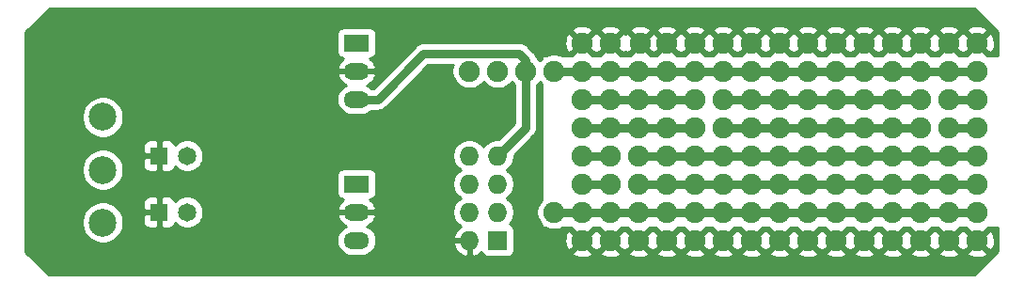
<source format=gbr>
G04 #@! TF.GenerationSoftware,KiCad,Pcbnew,5.1.5*
G04 #@! TF.CreationDate,2020-02-21T12:03:57-06:00*
G04 #@! TF.ProjectId,ESP-01_Breakout,4553502d-3031-45f4-9272-65616b6f7574,rev?*
G04 #@! TF.SameCoordinates,Original*
G04 #@! TF.FileFunction,Copper,L2,Bot*
G04 #@! TF.FilePolarity,Positive*
%FSLAX46Y46*%
G04 Gerber Fmt 4.6, Leading zero omitted, Abs format (unit mm)*
G04 Created by KiCad (PCBNEW 5.1.5) date 2020-02-21 12:03:57*
%MOMM*%
%LPD*%
G04 APERTURE LIST*
%ADD10C,1.905000*%
%ADD11R,1.727200X1.727200*%
%ADD12O,1.727200X1.727200*%
%ADD13C,2.500000*%
%ADD14C,1.650000*%
%ADD15R,1.650000X1.650000*%
%ADD16O,2.300000X1.500000*%
%ADD17R,2.300000X1.500000*%
%ADD18C,0.762000*%
%ADD19C,0.254000*%
G04 APERTURE END LIST*
D10*
X187960000Y-81280000D03*
D11*
X162560000Y-99060000D03*
D12*
X160020000Y-99060000D03*
X162560000Y-96520000D03*
X160020000Y-96520000D03*
X162560000Y-93980000D03*
X160020000Y-93980000D03*
X162560000Y-91440000D03*
X160020000Y-91440000D03*
D10*
X160020000Y-83820000D03*
X167640000Y-83820000D03*
X167640000Y-96520000D03*
X162560000Y-83820000D03*
X165100000Y-83820000D03*
X205740000Y-99060000D03*
X205740000Y-83820000D03*
X170180000Y-91440000D03*
X172720000Y-93980000D03*
X205740000Y-86360000D03*
X205740000Y-88900000D03*
X198120000Y-96520000D03*
X170180000Y-99060000D03*
X172720000Y-99060000D03*
X177800000Y-83820000D03*
X172720000Y-91440000D03*
X170180000Y-93980000D03*
X203200000Y-86360000D03*
X203200000Y-88900000D03*
X182880000Y-96520000D03*
X203200000Y-99060000D03*
X182880000Y-99060000D03*
X175260000Y-83820000D03*
X177800000Y-93980000D03*
X205740000Y-91440000D03*
X198120000Y-88900000D03*
X198120000Y-86360000D03*
X193040000Y-96520000D03*
X185420000Y-99060000D03*
X177800000Y-99060000D03*
X172720000Y-83820000D03*
X175260000Y-93980000D03*
X198120000Y-91440000D03*
X193040000Y-88900000D03*
X195580000Y-86360000D03*
X190500000Y-96520000D03*
X180340000Y-99060000D03*
X170180000Y-83820000D03*
X203200000Y-93980000D03*
X203200000Y-91440000D03*
X190500000Y-88900000D03*
X193040000Y-86360000D03*
X180340000Y-96520000D03*
X175260000Y-99060000D03*
X190500000Y-81280000D03*
X203200000Y-83820000D03*
X182880000Y-93980000D03*
X200660000Y-91440000D03*
X195580000Y-88900000D03*
X187960000Y-86360000D03*
X185420000Y-96520000D03*
X203200000Y-81280000D03*
X193040000Y-81280000D03*
X180340000Y-83820000D03*
X190500000Y-93980000D03*
X195580000Y-91440000D03*
X200660000Y-88900000D03*
X190500000Y-86360000D03*
X200660000Y-96520000D03*
X198120000Y-81280000D03*
X205740000Y-81280000D03*
X193040000Y-83820000D03*
X187960000Y-93980000D03*
X175260000Y-91440000D03*
X187960000Y-88900000D03*
X200660000Y-86360000D03*
X203200000Y-96520000D03*
X200660000Y-81280000D03*
X185420000Y-81280000D03*
X200660000Y-83820000D03*
X193040000Y-93980000D03*
X193040000Y-91440000D03*
X182880000Y-88900000D03*
X182880000Y-86360000D03*
X205740000Y-96520000D03*
X195580000Y-81280000D03*
X182880000Y-81280000D03*
X190500000Y-83820000D03*
X180340000Y-93980000D03*
X190500000Y-91440000D03*
X185420000Y-88900000D03*
X185420000Y-86360000D03*
X177800000Y-96520000D03*
X198120000Y-99060000D03*
X180340000Y-81280000D03*
X187960000Y-83820000D03*
X205740000Y-93980000D03*
X185420000Y-91440000D03*
X180340000Y-88900000D03*
X180340000Y-86360000D03*
X170180000Y-96520000D03*
X170180000Y-81280000D03*
X200660000Y-99060000D03*
X185420000Y-83820000D03*
X195580000Y-93980000D03*
X187960000Y-91440000D03*
X177800000Y-88900000D03*
X175260000Y-86360000D03*
X187960000Y-96520000D03*
X177800000Y-81280000D03*
X195580000Y-99060000D03*
X198120000Y-83820000D03*
X198120000Y-93980000D03*
X177800000Y-91440000D03*
X172720000Y-88900000D03*
X172720000Y-86360000D03*
X172720000Y-96520000D03*
X187960000Y-99060000D03*
X175410000Y-81280000D03*
X182880000Y-83820000D03*
X185420000Y-93980000D03*
X182880000Y-91440000D03*
X170180000Y-88900000D03*
X170180000Y-86360000D03*
X195580000Y-96520000D03*
X190500000Y-99060000D03*
X172720000Y-81280000D03*
X195580000Y-83820000D03*
X200660000Y-93980000D03*
X180340000Y-91440000D03*
X175260000Y-88900000D03*
X177800000Y-86360000D03*
X175260000Y-96520000D03*
X193040000Y-99060000D03*
D13*
X127000000Y-97460000D03*
X127000000Y-92710000D03*
X127000000Y-87960000D03*
D14*
X134620000Y-96520000D03*
D15*
X132080000Y-96520000D03*
D14*
X134620000Y-91440000D03*
D15*
X132080000Y-91440000D03*
D16*
X149860000Y-86360000D03*
X149860000Y-83820000D03*
D17*
X149860000Y-81280000D03*
D16*
X149860000Y-99060000D03*
X149860000Y-96520000D03*
D17*
X149860000Y-93980000D03*
D18*
X165100000Y-88900000D02*
X162560000Y-91440000D01*
X165100000Y-83820000D02*
X165100000Y-88900000D01*
X165100000Y-82820000D02*
X165100000Y-83820000D01*
X155893010Y-82238990D02*
X164518990Y-82238990D01*
X164518990Y-82238990D02*
X165100000Y-82820000D01*
X151772000Y-86360000D02*
X155893010Y-82238990D01*
X149860000Y-86360000D02*
X151772000Y-86360000D01*
X170180000Y-86360000D02*
X180340000Y-86360000D01*
X170180000Y-88900000D02*
X180340000Y-88900000D01*
X205730000Y-88910000D02*
X205740000Y-88900000D01*
X203200000Y-88910000D02*
X205730000Y-88910000D01*
X203200000Y-86360000D02*
X205740000Y-86360000D01*
X172720000Y-93980000D02*
X170180000Y-93980000D01*
X170180000Y-91440000D02*
X172720000Y-91440000D01*
X205740000Y-91440000D02*
X175260000Y-91440000D01*
X175260000Y-93980000D02*
X205740000Y-93980000D01*
X182880000Y-86360000D02*
X200660000Y-86360000D01*
X182880000Y-88900000D02*
X200660000Y-88900000D01*
X205740000Y-96520000D02*
X167640000Y-96520000D01*
X167640000Y-83820000D02*
X205740000Y-83820000D01*
D19*
G36*
X207620001Y-80283382D02*
G01*
X207620001Y-82423000D01*
X206647547Y-82423000D01*
X206661930Y-82381535D01*
X205740000Y-81459605D01*
X204818070Y-82381535D01*
X204832453Y-82423000D01*
X204107547Y-82423000D01*
X204121930Y-82381535D01*
X203200000Y-81459605D01*
X202278070Y-82381535D01*
X202292453Y-82423000D01*
X201567547Y-82423000D01*
X201581930Y-82381535D01*
X200660000Y-81459605D01*
X199738070Y-82381535D01*
X199752453Y-82423000D01*
X199027547Y-82423000D01*
X199041930Y-82381535D01*
X198120000Y-81459605D01*
X197198070Y-82381535D01*
X197212453Y-82423000D01*
X196487547Y-82423000D01*
X196501930Y-82381535D01*
X195580000Y-81459605D01*
X194658070Y-82381535D01*
X194672453Y-82423000D01*
X193947547Y-82423000D01*
X193961930Y-82381535D01*
X193040000Y-81459605D01*
X192118070Y-82381535D01*
X192132453Y-82423000D01*
X191407547Y-82423000D01*
X191421930Y-82381535D01*
X190500000Y-81459605D01*
X189578070Y-82381535D01*
X189592453Y-82423000D01*
X188867547Y-82423000D01*
X188881930Y-82381535D01*
X187960000Y-81459605D01*
X187038070Y-82381535D01*
X187052453Y-82423000D01*
X186327547Y-82423000D01*
X186341930Y-82381535D01*
X185420000Y-81459605D01*
X184498070Y-82381535D01*
X184512453Y-82423000D01*
X183787547Y-82423000D01*
X183801930Y-82381535D01*
X182880000Y-81459605D01*
X181958070Y-82381535D01*
X181972453Y-82423000D01*
X181247547Y-82423000D01*
X181261930Y-82381535D01*
X180340000Y-81459605D01*
X179418070Y-82381535D01*
X179432453Y-82423000D01*
X178707547Y-82423000D01*
X178721930Y-82381535D01*
X177800000Y-81459605D01*
X176878070Y-82381535D01*
X176892453Y-82423000D01*
X176317547Y-82423000D01*
X176331930Y-82381535D01*
X175410000Y-81459605D01*
X174488070Y-82381535D01*
X174500737Y-82418054D01*
X174493335Y-82423000D01*
X173627547Y-82423000D01*
X173641930Y-82381535D01*
X172720000Y-81459605D01*
X171798070Y-82381535D01*
X171812453Y-82423000D01*
X171087547Y-82423000D01*
X171101930Y-82381535D01*
X170180000Y-81459605D01*
X169258070Y-82381535D01*
X169272453Y-82423000D01*
X168406666Y-82423000D01*
X168391963Y-82413176D01*
X168103057Y-82293507D01*
X167796355Y-82232500D01*
X167483645Y-82232500D01*
X167176943Y-82293507D01*
X166888037Y-82413176D01*
X166873334Y-82423000D01*
X166642493Y-82423000D01*
X166617717Y-82425440D01*
X166593892Y-82432667D01*
X166571936Y-82444403D01*
X166552690Y-82460197D01*
X166536896Y-82479443D01*
X166525160Y-82501399D01*
X166517933Y-82525224D01*
X166515493Y-82550000D01*
X166515493Y-82699443D01*
X166406908Y-82808028D01*
X166370000Y-82863265D01*
X166333092Y-82808028D01*
X166111972Y-82586908D01*
X166085679Y-82569339D01*
X166043202Y-82429313D01*
X165948860Y-82252810D01*
X165821896Y-82098104D01*
X165783127Y-82066287D01*
X165272703Y-81555863D01*
X165240886Y-81517094D01*
X165086180Y-81390130D01*
X165000763Y-81344474D01*
X168586123Y-81344474D01*
X168629328Y-81654185D01*
X168732123Y-81949516D01*
X168818919Y-82111902D01*
X169078465Y-82201930D01*
X170000395Y-81280000D01*
X170359605Y-81280000D01*
X171281535Y-82201930D01*
X171450000Y-82143495D01*
X171618465Y-82201930D01*
X172540395Y-81280000D01*
X172899605Y-81280000D01*
X173821535Y-82201930D01*
X174065000Y-82117480D01*
X174308465Y-82201930D01*
X175230395Y-81280000D01*
X175589605Y-81280000D01*
X176511535Y-82201930D01*
X176605000Y-82169510D01*
X176698465Y-82201930D01*
X177620395Y-81280000D01*
X177979605Y-81280000D01*
X178901535Y-82201930D01*
X179070000Y-82143495D01*
X179238465Y-82201930D01*
X180160395Y-81280000D01*
X180519605Y-81280000D01*
X181441535Y-82201930D01*
X181610000Y-82143495D01*
X181778465Y-82201930D01*
X182700395Y-81280000D01*
X183059605Y-81280000D01*
X183981535Y-82201930D01*
X184150000Y-82143495D01*
X184318465Y-82201930D01*
X185240395Y-81280000D01*
X185599605Y-81280000D01*
X186521535Y-82201930D01*
X186690000Y-82143495D01*
X186858465Y-82201930D01*
X187780395Y-81280000D01*
X188139605Y-81280000D01*
X189061535Y-82201930D01*
X189230000Y-82143495D01*
X189398465Y-82201930D01*
X190320395Y-81280000D01*
X190679605Y-81280000D01*
X191601535Y-82201930D01*
X191770000Y-82143495D01*
X191938465Y-82201930D01*
X192860395Y-81280000D01*
X193219605Y-81280000D01*
X194141535Y-82201930D01*
X194310000Y-82143495D01*
X194478465Y-82201930D01*
X195400395Y-81280000D01*
X195759605Y-81280000D01*
X196681535Y-82201930D01*
X196850000Y-82143495D01*
X197018465Y-82201930D01*
X197940395Y-81280000D01*
X198299605Y-81280000D01*
X199221535Y-82201930D01*
X199390000Y-82143495D01*
X199558465Y-82201930D01*
X200480395Y-81280000D01*
X200839605Y-81280000D01*
X201761535Y-82201930D01*
X201930000Y-82143495D01*
X202098465Y-82201930D01*
X203020395Y-81280000D01*
X203379605Y-81280000D01*
X204301535Y-82201930D01*
X204470000Y-82143495D01*
X204638465Y-82201930D01*
X205560395Y-81280000D01*
X205919605Y-81280000D01*
X206841535Y-82201930D01*
X207101081Y-82111902D01*
X207237224Y-81830384D01*
X207315829Y-81527714D01*
X207333877Y-81215526D01*
X207290672Y-80905815D01*
X207187877Y-80610484D01*
X207101081Y-80448098D01*
X206841535Y-80358070D01*
X205919605Y-81280000D01*
X205560395Y-81280000D01*
X204638465Y-80358070D01*
X204470000Y-80416505D01*
X204301535Y-80358070D01*
X203379605Y-81280000D01*
X203020395Y-81280000D01*
X202098465Y-80358070D01*
X201930000Y-80416505D01*
X201761535Y-80358070D01*
X200839605Y-81280000D01*
X200480395Y-81280000D01*
X199558465Y-80358070D01*
X199390000Y-80416505D01*
X199221535Y-80358070D01*
X198299605Y-81280000D01*
X197940395Y-81280000D01*
X197018465Y-80358070D01*
X196850000Y-80416505D01*
X196681535Y-80358070D01*
X195759605Y-81280000D01*
X195400395Y-81280000D01*
X194478465Y-80358070D01*
X194310000Y-80416505D01*
X194141535Y-80358070D01*
X193219605Y-81280000D01*
X192860395Y-81280000D01*
X191938465Y-80358070D01*
X191770000Y-80416505D01*
X191601535Y-80358070D01*
X190679605Y-81280000D01*
X190320395Y-81280000D01*
X189398465Y-80358070D01*
X189230000Y-80416505D01*
X189061535Y-80358070D01*
X188139605Y-81280000D01*
X187780395Y-81280000D01*
X186858465Y-80358070D01*
X186690000Y-80416505D01*
X186521535Y-80358070D01*
X185599605Y-81280000D01*
X185240395Y-81280000D01*
X184318465Y-80358070D01*
X184150000Y-80416505D01*
X183981535Y-80358070D01*
X183059605Y-81280000D01*
X182700395Y-81280000D01*
X181778465Y-80358070D01*
X181610000Y-80416505D01*
X181441535Y-80358070D01*
X180519605Y-81280000D01*
X180160395Y-81280000D01*
X179238465Y-80358070D01*
X179070000Y-80416505D01*
X178901535Y-80358070D01*
X177979605Y-81280000D01*
X177620395Y-81280000D01*
X176698465Y-80358070D01*
X176605000Y-80390490D01*
X176511535Y-80358070D01*
X175589605Y-81280000D01*
X175230395Y-81280000D01*
X174308465Y-80358070D01*
X174065000Y-80442520D01*
X173821535Y-80358070D01*
X172899605Y-81280000D01*
X172540395Y-81280000D01*
X171618465Y-80358070D01*
X171450000Y-80416505D01*
X171281535Y-80358070D01*
X170359605Y-81280000D01*
X170000395Y-81280000D01*
X169078465Y-80358070D01*
X168818919Y-80448098D01*
X168682776Y-80729616D01*
X168604171Y-81032286D01*
X168586123Y-81344474D01*
X165000763Y-81344474D01*
X164909677Y-81295788D01*
X164718161Y-81237692D01*
X164568892Y-81222990D01*
X164518990Y-81218075D01*
X164469088Y-81222990D01*
X155942903Y-81222990D01*
X155893009Y-81218076D01*
X155843115Y-81222990D01*
X155843108Y-81222990D01*
X155693839Y-81237692D01*
X155502323Y-81295788D01*
X155325820Y-81390130D01*
X155171114Y-81517094D01*
X155139302Y-81555857D01*
X151351160Y-85344000D01*
X151205188Y-85344000D01*
X151033188Y-85202843D01*
X150817422Y-85087514D01*
X150907349Y-85050972D01*
X151135061Y-84901028D01*
X151329145Y-84709540D01*
X151482142Y-84483868D01*
X151588173Y-84232684D01*
X151602318Y-84161185D01*
X151479656Y-83947000D01*
X149987000Y-83947000D01*
X149987000Y-83967000D01*
X149733000Y-83967000D01*
X149733000Y-83947000D01*
X148240344Y-83947000D01*
X148117682Y-84161185D01*
X148131827Y-84232684D01*
X148237858Y-84483868D01*
X148390855Y-84709540D01*
X148584939Y-84901028D01*
X148812651Y-85050972D01*
X148902578Y-85087514D01*
X148686812Y-85202843D01*
X148475919Y-85375919D01*
X148302843Y-85586812D01*
X148174236Y-85827419D01*
X148095040Y-86088493D01*
X148068299Y-86360000D01*
X148095040Y-86631507D01*
X148174236Y-86892581D01*
X148302843Y-87133188D01*
X148475919Y-87344081D01*
X148686812Y-87517157D01*
X148927419Y-87645764D01*
X149188493Y-87724960D01*
X149391963Y-87745000D01*
X150328037Y-87745000D01*
X150531507Y-87724960D01*
X150792581Y-87645764D01*
X151033188Y-87517157D01*
X151205188Y-87376000D01*
X151722098Y-87376000D01*
X151772000Y-87380915D01*
X151821902Y-87376000D01*
X151971171Y-87361298D01*
X152162687Y-87303202D01*
X152339190Y-87208860D01*
X152493896Y-87081896D01*
X152525712Y-87043128D01*
X156313851Y-83254990D01*
X158535737Y-83254990D01*
X158493507Y-83356943D01*
X158432500Y-83663645D01*
X158432500Y-83976355D01*
X158493507Y-84283057D01*
X158613176Y-84571963D01*
X158786908Y-84831972D01*
X159008028Y-85053092D01*
X159268037Y-85226824D01*
X159556943Y-85346493D01*
X159863645Y-85407500D01*
X160176355Y-85407500D01*
X160483057Y-85346493D01*
X160771963Y-85226824D01*
X161031972Y-85053092D01*
X161253092Y-84831972D01*
X161290000Y-84776735D01*
X161326908Y-84831972D01*
X161548028Y-85053092D01*
X161808037Y-85226824D01*
X162096943Y-85346493D01*
X162403645Y-85407500D01*
X162716355Y-85407500D01*
X163023057Y-85346493D01*
X163311963Y-85226824D01*
X163571972Y-85053092D01*
X163793092Y-84831972D01*
X163830000Y-84776735D01*
X163866908Y-84831972D01*
X164084000Y-85049064D01*
X164084001Y-88479158D01*
X162621760Y-89941400D01*
X162412401Y-89941400D01*
X162122875Y-89998990D01*
X161850147Y-90111958D01*
X161604698Y-90275961D01*
X161395961Y-90484698D01*
X161290000Y-90643281D01*
X161184039Y-90484698D01*
X160975302Y-90275961D01*
X160729853Y-90111958D01*
X160457125Y-89998990D01*
X160167599Y-89941400D01*
X159872401Y-89941400D01*
X159582875Y-89998990D01*
X159310147Y-90111958D01*
X159064698Y-90275961D01*
X158855961Y-90484698D01*
X158691958Y-90730147D01*
X158578990Y-91002875D01*
X158521400Y-91292401D01*
X158521400Y-91587599D01*
X158578990Y-91877125D01*
X158691958Y-92149853D01*
X158855961Y-92395302D01*
X159064698Y-92604039D01*
X159223281Y-92710000D01*
X159064698Y-92815961D01*
X158855961Y-93024698D01*
X158691958Y-93270147D01*
X158578990Y-93542875D01*
X158521400Y-93832401D01*
X158521400Y-94127599D01*
X158578990Y-94417125D01*
X158691958Y-94689853D01*
X158855961Y-94935302D01*
X159064698Y-95144039D01*
X159223281Y-95250000D01*
X159064698Y-95355961D01*
X158855961Y-95564698D01*
X158691958Y-95810147D01*
X158578990Y-96082875D01*
X158521400Y-96372401D01*
X158521400Y-96667599D01*
X158578990Y-96957125D01*
X158691958Y-97229853D01*
X158855961Y-97475302D01*
X159064698Y-97684039D01*
X159230103Y-97794559D01*
X159131512Y-97853183D01*
X158913146Y-98049707D01*
X158737316Y-98285056D01*
X158610778Y-98550186D01*
X158565042Y-98700974D01*
X158686183Y-98933000D01*
X159893000Y-98933000D01*
X159893000Y-98913000D01*
X160147000Y-98913000D01*
X160147000Y-98933000D01*
X160167000Y-98933000D01*
X160167000Y-99187000D01*
X160147000Y-99187000D01*
X160147000Y-100394464D01*
X160379027Y-100514963D01*
X160655978Y-100416964D01*
X160908488Y-100266817D01*
X161087947Y-100105308D01*
X161106898Y-100167780D01*
X161165863Y-100278094D01*
X161245215Y-100374785D01*
X161341906Y-100454137D01*
X161452220Y-100513102D01*
X161571918Y-100549412D01*
X161696400Y-100561672D01*
X163423600Y-100561672D01*
X163548082Y-100549412D01*
X163667780Y-100513102D01*
X163778094Y-100454137D01*
X163874785Y-100374785D01*
X163954137Y-100278094D01*
X164013102Y-100167780D01*
X164014996Y-100161535D01*
X169258070Y-100161535D01*
X169348098Y-100421081D01*
X169629616Y-100557224D01*
X169932286Y-100635829D01*
X170244474Y-100653877D01*
X170554185Y-100610672D01*
X170849516Y-100507877D01*
X171011902Y-100421081D01*
X171101930Y-100161535D01*
X171798070Y-100161535D01*
X171888098Y-100421081D01*
X172169616Y-100557224D01*
X172472286Y-100635829D01*
X172784474Y-100653877D01*
X173094185Y-100610672D01*
X173389516Y-100507877D01*
X173551902Y-100421081D01*
X173641930Y-100161535D01*
X174338070Y-100161535D01*
X174428098Y-100421081D01*
X174709616Y-100557224D01*
X175012286Y-100635829D01*
X175324474Y-100653877D01*
X175634185Y-100610672D01*
X175929516Y-100507877D01*
X176091902Y-100421081D01*
X176181930Y-100161535D01*
X176878070Y-100161535D01*
X176968098Y-100421081D01*
X177249616Y-100557224D01*
X177552286Y-100635829D01*
X177864474Y-100653877D01*
X178174185Y-100610672D01*
X178469516Y-100507877D01*
X178631902Y-100421081D01*
X178721930Y-100161535D01*
X179418070Y-100161535D01*
X179508098Y-100421081D01*
X179789616Y-100557224D01*
X180092286Y-100635829D01*
X180404474Y-100653877D01*
X180714185Y-100610672D01*
X181009516Y-100507877D01*
X181171902Y-100421081D01*
X181261930Y-100161535D01*
X181958070Y-100161535D01*
X182048098Y-100421081D01*
X182329616Y-100557224D01*
X182632286Y-100635829D01*
X182944474Y-100653877D01*
X183254185Y-100610672D01*
X183549516Y-100507877D01*
X183711902Y-100421081D01*
X183801930Y-100161535D01*
X184498070Y-100161535D01*
X184588098Y-100421081D01*
X184869616Y-100557224D01*
X185172286Y-100635829D01*
X185484474Y-100653877D01*
X185794185Y-100610672D01*
X186089516Y-100507877D01*
X186251902Y-100421081D01*
X186341930Y-100161535D01*
X187038070Y-100161535D01*
X187128098Y-100421081D01*
X187409616Y-100557224D01*
X187712286Y-100635829D01*
X188024474Y-100653877D01*
X188334185Y-100610672D01*
X188629516Y-100507877D01*
X188791902Y-100421081D01*
X188881930Y-100161535D01*
X189578070Y-100161535D01*
X189668098Y-100421081D01*
X189949616Y-100557224D01*
X190252286Y-100635829D01*
X190564474Y-100653877D01*
X190874185Y-100610672D01*
X191169516Y-100507877D01*
X191331902Y-100421081D01*
X191421930Y-100161535D01*
X192118070Y-100161535D01*
X192208098Y-100421081D01*
X192489616Y-100557224D01*
X192792286Y-100635829D01*
X193104474Y-100653877D01*
X193414185Y-100610672D01*
X193709516Y-100507877D01*
X193871902Y-100421081D01*
X193961930Y-100161535D01*
X194658070Y-100161535D01*
X194748098Y-100421081D01*
X195029616Y-100557224D01*
X195332286Y-100635829D01*
X195644474Y-100653877D01*
X195954185Y-100610672D01*
X196249516Y-100507877D01*
X196411902Y-100421081D01*
X196501930Y-100161535D01*
X197198070Y-100161535D01*
X197288098Y-100421081D01*
X197569616Y-100557224D01*
X197872286Y-100635829D01*
X198184474Y-100653877D01*
X198494185Y-100610672D01*
X198789516Y-100507877D01*
X198951902Y-100421081D01*
X199041930Y-100161535D01*
X199738070Y-100161535D01*
X199828098Y-100421081D01*
X200109616Y-100557224D01*
X200412286Y-100635829D01*
X200724474Y-100653877D01*
X201034185Y-100610672D01*
X201329516Y-100507877D01*
X201491902Y-100421081D01*
X201581930Y-100161535D01*
X202278070Y-100161535D01*
X202368098Y-100421081D01*
X202649616Y-100557224D01*
X202952286Y-100635829D01*
X203264474Y-100653877D01*
X203574185Y-100610672D01*
X203869516Y-100507877D01*
X204031902Y-100421081D01*
X204121930Y-100161535D01*
X204818070Y-100161535D01*
X204908098Y-100421081D01*
X205189616Y-100557224D01*
X205492286Y-100635829D01*
X205804474Y-100653877D01*
X206114185Y-100610672D01*
X206409516Y-100507877D01*
X206571902Y-100421081D01*
X206661930Y-100161535D01*
X205740000Y-99239605D01*
X204818070Y-100161535D01*
X204121930Y-100161535D01*
X203200000Y-99239605D01*
X202278070Y-100161535D01*
X201581930Y-100161535D01*
X200660000Y-99239605D01*
X199738070Y-100161535D01*
X199041930Y-100161535D01*
X198120000Y-99239605D01*
X197198070Y-100161535D01*
X196501930Y-100161535D01*
X195580000Y-99239605D01*
X194658070Y-100161535D01*
X193961930Y-100161535D01*
X193040000Y-99239605D01*
X192118070Y-100161535D01*
X191421930Y-100161535D01*
X190500000Y-99239605D01*
X189578070Y-100161535D01*
X188881930Y-100161535D01*
X187960000Y-99239605D01*
X187038070Y-100161535D01*
X186341930Y-100161535D01*
X185420000Y-99239605D01*
X184498070Y-100161535D01*
X183801930Y-100161535D01*
X182880000Y-99239605D01*
X181958070Y-100161535D01*
X181261930Y-100161535D01*
X180340000Y-99239605D01*
X179418070Y-100161535D01*
X178721930Y-100161535D01*
X177800000Y-99239605D01*
X176878070Y-100161535D01*
X176181930Y-100161535D01*
X175260000Y-99239605D01*
X174338070Y-100161535D01*
X173641930Y-100161535D01*
X172720000Y-99239605D01*
X171798070Y-100161535D01*
X171101930Y-100161535D01*
X170180000Y-99239605D01*
X169258070Y-100161535D01*
X164014996Y-100161535D01*
X164049412Y-100048082D01*
X164061672Y-99923600D01*
X164061672Y-99124474D01*
X168586123Y-99124474D01*
X168629328Y-99434185D01*
X168732123Y-99729516D01*
X168818919Y-99891902D01*
X169078465Y-99981930D01*
X170000395Y-99060000D01*
X170359605Y-99060000D01*
X171281535Y-99981930D01*
X171450000Y-99923495D01*
X171618465Y-99981930D01*
X172540395Y-99060000D01*
X172899605Y-99060000D01*
X173821535Y-99981930D01*
X173990000Y-99923495D01*
X174158465Y-99981930D01*
X175080395Y-99060000D01*
X175439605Y-99060000D01*
X176361535Y-99981930D01*
X176530000Y-99923495D01*
X176698465Y-99981930D01*
X177620395Y-99060000D01*
X177979605Y-99060000D01*
X178901535Y-99981930D01*
X179070000Y-99923495D01*
X179238465Y-99981930D01*
X180160395Y-99060000D01*
X180519605Y-99060000D01*
X181441535Y-99981930D01*
X181610000Y-99923495D01*
X181778465Y-99981930D01*
X182700395Y-99060000D01*
X183059605Y-99060000D01*
X183981535Y-99981930D01*
X184150000Y-99923495D01*
X184318465Y-99981930D01*
X185240395Y-99060000D01*
X185599605Y-99060000D01*
X186521535Y-99981930D01*
X186690000Y-99923495D01*
X186858465Y-99981930D01*
X187780395Y-99060000D01*
X188139605Y-99060000D01*
X189061535Y-99981930D01*
X189230000Y-99923495D01*
X189398465Y-99981930D01*
X190320395Y-99060000D01*
X190679605Y-99060000D01*
X191601535Y-99981930D01*
X191770000Y-99923495D01*
X191938465Y-99981930D01*
X192860395Y-99060000D01*
X193219605Y-99060000D01*
X194141535Y-99981930D01*
X194310000Y-99923495D01*
X194478465Y-99981930D01*
X195400395Y-99060000D01*
X195759605Y-99060000D01*
X196681535Y-99981930D01*
X196850000Y-99923495D01*
X197018465Y-99981930D01*
X197940395Y-99060000D01*
X198299605Y-99060000D01*
X199221535Y-99981930D01*
X199390000Y-99923495D01*
X199558465Y-99981930D01*
X200480395Y-99060000D01*
X200839605Y-99060000D01*
X201761535Y-99981930D01*
X201930000Y-99923495D01*
X202098465Y-99981930D01*
X203020395Y-99060000D01*
X203379605Y-99060000D01*
X204301535Y-99981930D01*
X204470000Y-99923495D01*
X204638465Y-99981930D01*
X205560395Y-99060000D01*
X205919605Y-99060000D01*
X206841535Y-99981930D01*
X207101081Y-99891902D01*
X207237224Y-99610384D01*
X207315829Y-99307714D01*
X207333877Y-98995526D01*
X207290672Y-98685815D01*
X207187877Y-98390484D01*
X207101081Y-98228098D01*
X206841535Y-98138070D01*
X205919605Y-99060000D01*
X205560395Y-99060000D01*
X204638465Y-98138070D01*
X204470000Y-98196505D01*
X204301535Y-98138070D01*
X203379605Y-99060000D01*
X203020395Y-99060000D01*
X202098465Y-98138070D01*
X201930000Y-98196505D01*
X201761535Y-98138070D01*
X200839605Y-99060000D01*
X200480395Y-99060000D01*
X199558465Y-98138070D01*
X199390000Y-98196505D01*
X199221535Y-98138070D01*
X198299605Y-99060000D01*
X197940395Y-99060000D01*
X197018465Y-98138070D01*
X196850000Y-98196505D01*
X196681535Y-98138070D01*
X195759605Y-99060000D01*
X195400395Y-99060000D01*
X194478465Y-98138070D01*
X194310000Y-98196505D01*
X194141535Y-98138070D01*
X193219605Y-99060000D01*
X192860395Y-99060000D01*
X191938465Y-98138070D01*
X191770000Y-98196505D01*
X191601535Y-98138070D01*
X190679605Y-99060000D01*
X190320395Y-99060000D01*
X189398465Y-98138070D01*
X189230000Y-98196505D01*
X189061535Y-98138070D01*
X188139605Y-99060000D01*
X187780395Y-99060000D01*
X186858465Y-98138070D01*
X186690000Y-98196505D01*
X186521535Y-98138070D01*
X185599605Y-99060000D01*
X185240395Y-99060000D01*
X184318465Y-98138070D01*
X184150000Y-98196505D01*
X183981535Y-98138070D01*
X183059605Y-99060000D01*
X182700395Y-99060000D01*
X181778465Y-98138070D01*
X181610000Y-98196505D01*
X181441535Y-98138070D01*
X180519605Y-99060000D01*
X180160395Y-99060000D01*
X179238465Y-98138070D01*
X179070000Y-98196505D01*
X178901535Y-98138070D01*
X177979605Y-99060000D01*
X177620395Y-99060000D01*
X176698465Y-98138070D01*
X176530000Y-98196505D01*
X176361535Y-98138070D01*
X175439605Y-99060000D01*
X175080395Y-99060000D01*
X174158465Y-98138070D01*
X173990000Y-98196505D01*
X173821535Y-98138070D01*
X172899605Y-99060000D01*
X172540395Y-99060000D01*
X171618465Y-98138070D01*
X171450000Y-98196505D01*
X171281535Y-98138070D01*
X170359605Y-99060000D01*
X170000395Y-99060000D01*
X169078465Y-98138070D01*
X168818919Y-98228098D01*
X168682776Y-98509616D01*
X168604171Y-98812286D01*
X168586123Y-99124474D01*
X164061672Y-99124474D01*
X164061672Y-98196400D01*
X164049412Y-98071918D01*
X164013102Y-97952220D01*
X163954137Y-97841906D01*
X163874785Y-97745215D01*
X163778094Y-97665863D01*
X163667780Y-97606898D01*
X163609977Y-97589364D01*
X163724039Y-97475302D01*
X163888042Y-97229853D01*
X164001010Y-96957125D01*
X164058600Y-96667599D01*
X164058600Y-96372401D01*
X164001010Y-96082875D01*
X163888042Y-95810147D01*
X163724039Y-95564698D01*
X163515302Y-95355961D01*
X163356719Y-95250000D01*
X163515302Y-95144039D01*
X163724039Y-94935302D01*
X163888042Y-94689853D01*
X164001010Y-94417125D01*
X164058600Y-94127599D01*
X164058600Y-93832401D01*
X164001010Y-93542875D01*
X163888042Y-93270147D01*
X163724039Y-93024698D01*
X163515302Y-92815961D01*
X163356719Y-92710000D01*
X163515302Y-92604039D01*
X163724039Y-92395302D01*
X163888042Y-92149853D01*
X164001010Y-91877125D01*
X164058600Y-91587599D01*
X164058600Y-91378240D01*
X165783133Y-89653708D01*
X165821896Y-89621896D01*
X165948860Y-89467190D01*
X166043202Y-89290687D01*
X166101298Y-89099171D01*
X166116000Y-88949902D01*
X166116000Y-88949895D01*
X166120914Y-88900001D01*
X166116000Y-88850107D01*
X166116000Y-85049064D01*
X166333092Y-84831972D01*
X166370000Y-84776735D01*
X166406908Y-84831972D01*
X166515493Y-84940557D01*
X166515493Y-95399443D01*
X166406908Y-95508028D01*
X166233176Y-95768037D01*
X166113507Y-96056943D01*
X166052500Y-96363645D01*
X166052500Y-96676355D01*
X166113507Y-96983057D01*
X166233176Y-97271963D01*
X166406908Y-97531972D01*
X166515493Y-97640557D01*
X166515493Y-97790000D01*
X166517933Y-97814776D01*
X166525160Y-97838601D01*
X166536896Y-97860557D01*
X166552690Y-97879803D01*
X166571936Y-97895597D01*
X166593892Y-97907333D01*
X166617717Y-97914560D01*
X166642493Y-97917000D01*
X166873334Y-97917000D01*
X166888037Y-97926824D01*
X167176943Y-98046493D01*
X167483645Y-98107500D01*
X167796355Y-98107500D01*
X168103057Y-98046493D01*
X168391963Y-97926824D01*
X168406666Y-97917000D01*
X169272453Y-97917000D01*
X169258070Y-97958465D01*
X170180000Y-98880395D01*
X171101930Y-97958465D01*
X171087547Y-97917000D01*
X171812453Y-97917000D01*
X171798070Y-97958465D01*
X172720000Y-98880395D01*
X173641930Y-97958465D01*
X173627547Y-97917000D01*
X174352453Y-97917000D01*
X174338070Y-97958465D01*
X175260000Y-98880395D01*
X176181930Y-97958465D01*
X176167547Y-97917000D01*
X176892453Y-97917000D01*
X176878070Y-97958465D01*
X177800000Y-98880395D01*
X178721930Y-97958465D01*
X178707547Y-97917000D01*
X179432453Y-97917000D01*
X179418070Y-97958465D01*
X180340000Y-98880395D01*
X181261930Y-97958465D01*
X181247547Y-97917000D01*
X181972453Y-97917000D01*
X181958070Y-97958465D01*
X182880000Y-98880395D01*
X183801930Y-97958465D01*
X183787547Y-97917000D01*
X184512453Y-97917000D01*
X184498070Y-97958465D01*
X185420000Y-98880395D01*
X186341930Y-97958465D01*
X186327547Y-97917000D01*
X187052453Y-97917000D01*
X187038070Y-97958465D01*
X187960000Y-98880395D01*
X188881930Y-97958465D01*
X188867547Y-97917000D01*
X189592453Y-97917000D01*
X189578070Y-97958465D01*
X190500000Y-98880395D01*
X191421930Y-97958465D01*
X191407547Y-97917000D01*
X192132453Y-97917000D01*
X192118070Y-97958465D01*
X193040000Y-98880395D01*
X193961930Y-97958465D01*
X193947547Y-97917000D01*
X194672453Y-97917000D01*
X194658070Y-97958465D01*
X195580000Y-98880395D01*
X196501930Y-97958465D01*
X196487547Y-97917000D01*
X197212453Y-97917000D01*
X197198070Y-97958465D01*
X198120000Y-98880395D01*
X199041930Y-97958465D01*
X199027547Y-97917000D01*
X199752453Y-97917000D01*
X199738070Y-97958465D01*
X200660000Y-98880395D01*
X201581930Y-97958465D01*
X201567547Y-97917000D01*
X202292453Y-97917000D01*
X202278070Y-97958465D01*
X203200000Y-98880395D01*
X204121930Y-97958465D01*
X204107547Y-97917000D01*
X204832453Y-97917000D01*
X204818070Y-97958465D01*
X205740000Y-98880395D01*
X206661930Y-97958465D01*
X206647547Y-97917000D01*
X207620000Y-97917000D01*
X207620000Y-100056619D01*
X205505120Y-102171500D01*
X122154881Y-102171500D01*
X120078500Y-100095120D01*
X120078500Y-97274344D01*
X125115000Y-97274344D01*
X125115000Y-97645656D01*
X125187439Y-98009834D01*
X125329534Y-98352882D01*
X125535825Y-98661618D01*
X125798382Y-98924175D01*
X126107118Y-99130466D01*
X126450166Y-99272561D01*
X126814344Y-99345000D01*
X127185656Y-99345000D01*
X127549834Y-99272561D01*
X127892882Y-99130466D01*
X127998341Y-99060000D01*
X148068299Y-99060000D01*
X148095040Y-99331507D01*
X148174236Y-99592581D01*
X148302843Y-99833188D01*
X148475919Y-100044081D01*
X148686812Y-100217157D01*
X148927419Y-100345764D01*
X149188493Y-100424960D01*
X149391963Y-100445000D01*
X150328037Y-100445000D01*
X150531507Y-100424960D01*
X150792581Y-100345764D01*
X151033188Y-100217157D01*
X151244081Y-100044081D01*
X151417157Y-99833188D01*
X151545764Y-99592581D01*
X151598411Y-99419026D01*
X158565042Y-99419026D01*
X158610778Y-99569814D01*
X158737316Y-99834944D01*
X158913146Y-100070293D01*
X159131512Y-100266817D01*
X159384022Y-100416964D01*
X159660973Y-100514963D01*
X159893000Y-100394464D01*
X159893000Y-99187000D01*
X158686183Y-99187000D01*
X158565042Y-99419026D01*
X151598411Y-99419026D01*
X151624960Y-99331507D01*
X151651701Y-99060000D01*
X151624960Y-98788493D01*
X151545764Y-98527419D01*
X151417157Y-98286812D01*
X151244081Y-98075919D01*
X151033188Y-97902843D01*
X150817422Y-97787514D01*
X150907349Y-97750972D01*
X151135061Y-97601028D01*
X151329145Y-97409540D01*
X151482142Y-97183868D01*
X151588173Y-96932684D01*
X151602318Y-96861185D01*
X151479656Y-96647000D01*
X149987000Y-96647000D01*
X149987000Y-96667000D01*
X149733000Y-96667000D01*
X149733000Y-96647000D01*
X148240344Y-96647000D01*
X148117682Y-96861185D01*
X148131827Y-96932684D01*
X148237858Y-97183868D01*
X148390855Y-97409540D01*
X148584939Y-97601028D01*
X148812651Y-97750972D01*
X148902578Y-97787514D01*
X148686812Y-97902843D01*
X148475919Y-98075919D01*
X148302843Y-98286812D01*
X148174236Y-98527419D01*
X148095040Y-98788493D01*
X148068299Y-99060000D01*
X127998341Y-99060000D01*
X128201618Y-98924175D01*
X128464175Y-98661618D01*
X128670466Y-98352882D01*
X128812561Y-98009834D01*
X128885000Y-97645656D01*
X128885000Y-97345000D01*
X130616928Y-97345000D01*
X130629188Y-97469482D01*
X130665498Y-97589180D01*
X130724463Y-97699494D01*
X130803815Y-97796185D01*
X130900506Y-97875537D01*
X131010820Y-97934502D01*
X131130518Y-97970812D01*
X131255000Y-97983072D01*
X131794250Y-97980000D01*
X131953000Y-97821250D01*
X131953000Y-96647000D01*
X130778750Y-96647000D01*
X130620000Y-96805750D01*
X130616928Y-97345000D01*
X128885000Y-97345000D01*
X128885000Y-97274344D01*
X128812561Y-96910166D01*
X128670466Y-96567118D01*
X128464175Y-96258382D01*
X128201618Y-95995825D01*
X127892882Y-95789534D01*
X127664657Y-95695000D01*
X130616928Y-95695000D01*
X130620000Y-96234250D01*
X130778750Y-96393000D01*
X131953000Y-96393000D01*
X131953000Y-95218750D01*
X132207000Y-95218750D01*
X132207000Y-96393000D01*
X132227000Y-96393000D01*
X132227000Y-96647000D01*
X132207000Y-96647000D01*
X132207000Y-97821250D01*
X132365750Y-97980000D01*
X132905000Y-97983072D01*
X133029482Y-97970812D01*
X133149180Y-97934502D01*
X133259494Y-97875537D01*
X133356185Y-97796185D01*
X133435537Y-97699494D01*
X133494502Y-97589180D01*
X133524742Y-97489494D01*
X133689304Y-97654056D01*
X133928431Y-97813835D01*
X134194134Y-97923893D01*
X134476203Y-97980000D01*
X134763797Y-97980000D01*
X135045866Y-97923893D01*
X135311569Y-97813835D01*
X135550696Y-97654056D01*
X135754056Y-97450696D01*
X135913835Y-97211569D01*
X136023893Y-96945866D01*
X136080000Y-96663797D01*
X136080000Y-96376203D01*
X136023893Y-96094134D01*
X135913835Y-95828431D01*
X135754056Y-95589304D01*
X135550696Y-95385944D01*
X135311569Y-95226165D01*
X135045866Y-95116107D01*
X134763797Y-95060000D01*
X134476203Y-95060000D01*
X134194134Y-95116107D01*
X133928431Y-95226165D01*
X133689304Y-95385944D01*
X133524742Y-95550506D01*
X133494502Y-95450820D01*
X133435537Y-95340506D01*
X133356185Y-95243815D01*
X133259494Y-95164463D01*
X133149180Y-95105498D01*
X133029482Y-95069188D01*
X132905000Y-95056928D01*
X132365750Y-95060000D01*
X132207000Y-95218750D01*
X131953000Y-95218750D01*
X131794250Y-95060000D01*
X131255000Y-95056928D01*
X131130518Y-95069188D01*
X131010820Y-95105498D01*
X130900506Y-95164463D01*
X130803815Y-95243815D01*
X130724463Y-95340506D01*
X130665498Y-95450820D01*
X130629188Y-95570518D01*
X130616928Y-95695000D01*
X127664657Y-95695000D01*
X127549834Y-95647439D01*
X127185656Y-95575000D01*
X126814344Y-95575000D01*
X126450166Y-95647439D01*
X126107118Y-95789534D01*
X125798382Y-95995825D01*
X125535825Y-96258382D01*
X125329534Y-96567118D01*
X125187439Y-96910166D01*
X125115000Y-97274344D01*
X120078500Y-97274344D01*
X120078500Y-92524344D01*
X125115000Y-92524344D01*
X125115000Y-92895656D01*
X125187439Y-93259834D01*
X125329534Y-93602882D01*
X125535825Y-93911618D01*
X125798382Y-94174175D01*
X126107118Y-94380466D01*
X126450166Y-94522561D01*
X126814344Y-94595000D01*
X127185656Y-94595000D01*
X127549834Y-94522561D01*
X127892882Y-94380466D01*
X128201618Y-94174175D01*
X128464175Y-93911618D01*
X128670466Y-93602882D01*
X128812561Y-93259834D01*
X128818495Y-93230000D01*
X148071928Y-93230000D01*
X148071928Y-94730000D01*
X148084188Y-94854482D01*
X148120498Y-94974180D01*
X148179463Y-95084494D01*
X148258815Y-95181185D01*
X148355506Y-95260537D01*
X148465820Y-95319502D01*
X148585518Y-95355812D01*
X148694874Y-95366582D01*
X148584939Y-95438972D01*
X148390855Y-95630460D01*
X148237858Y-95856132D01*
X148131827Y-96107316D01*
X148117682Y-96178815D01*
X148240344Y-96393000D01*
X149733000Y-96393000D01*
X149733000Y-96373000D01*
X149987000Y-96373000D01*
X149987000Y-96393000D01*
X151479656Y-96393000D01*
X151602318Y-96178815D01*
X151588173Y-96107316D01*
X151482142Y-95856132D01*
X151329145Y-95630460D01*
X151135061Y-95438972D01*
X151025126Y-95366582D01*
X151134482Y-95355812D01*
X151254180Y-95319502D01*
X151364494Y-95260537D01*
X151461185Y-95181185D01*
X151540537Y-95084494D01*
X151599502Y-94974180D01*
X151635812Y-94854482D01*
X151648072Y-94730000D01*
X151648072Y-93230000D01*
X151635812Y-93105518D01*
X151599502Y-92985820D01*
X151540537Y-92875506D01*
X151461185Y-92778815D01*
X151364494Y-92699463D01*
X151254180Y-92640498D01*
X151134482Y-92604188D01*
X151010000Y-92591928D01*
X148710000Y-92591928D01*
X148585518Y-92604188D01*
X148465820Y-92640498D01*
X148355506Y-92699463D01*
X148258815Y-92778815D01*
X148179463Y-92875506D01*
X148120498Y-92985820D01*
X148084188Y-93105518D01*
X148071928Y-93230000D01*
X128818495Y-93230000D01*
X128885000Y-92895656D01*
X128885000Y-92524344D01*
X128833414Y-92265000D01*
X130616928Y-92265000D01*
X130629188Y-92389482D01*
X130665498Y-92509180D01*
X130724463Y-92619494D01*
X130803815Y-92716185D01*
X130900506Y-92795537D01*
X131010820Y-92854502D01*
X131130518Y-92890812D01*
X131255000Y-92903072D01*
X131794250Y-92900000D01*
X131953000Y-92741250D01*
X131953000Y-91567000D01*
X130778750Y-91567000D01*
X130620000Y-91725750D01*
X130616928Y-92265000D01*
X128833414Y-92265000D01*
X128812561Y-92160166D01*
X128670466Y-91817118D01*
X128464175Y-91508382D01*
X128201618Y-91245825D01*
X127892882Y-91039534D01*
X127549834Y-90897439D01*
X127185656Y-90825000D01*
X126814344Y-90825000D01*
X126450166Y-90897439D01*
X126107118Y-91039534D01*
X125798382Y-91245825D01*
X125535825Y-91508382D01*
X125329534Y-91817118D01*
X125187439Y-92160166D01*
X125115000Y-92524344D01*
X120078500Y-92524344D01*
X120078500Y-90615000D01*
X130616928Y-90615000D01*
X130620000Y-91154250D01*
X130778750Y-91313000D01*
X131953000Y-91313000D01*
X131953000Y-90138750D01*
X132207000Y-90138750D01*
X132207000Y-91313000D01*
X132227000Y-91313000D01*
X132227000Y-91567000D01*
X132207000Y-91567000D01*
X132207000Y-92741250D01*
X132365750Y-92900000D01*
X132905000Y-92903072D01*
X133029482Y-92890812D01*
X133149180Y-92854502D01*
X133259494Y-92795537D01*
X133356185Y-92716185D01*
X133435537Y-92619494D01*
X133494502Y-92509180D01*
X133524742Y-92409494D01*
X133689304Y-92574056D01*
X133928431Y-92733835D01*
X134194134Y-92843893D01*
X134476203Y-92900000D01*
X134763797Y-92900000D01*
X135045866Y-92843893D01*
X135311569Y-92733835D01*
X135550696Y-92574056D01*
X135754056Y-92370696D01*
X135913835Y-92131569D01*
X136023893Y-91865866D01*
X136080000Y-91583797D01*
X136080000Y-91296203D01*
X136023893Y-91014134D01*
X135913835Y-90748431D01*
X135754056Y-90509304D01*
X135550696Y-90305944D01*
X135311569Y-90146165D01*
X135045866Y-90036107D01*
X134763797Y-89980000D01*
X134476203Y-89980000D01*
X134194134Y-90036107D01*
X133928431Y-90146165D01*
X133689304Y-90305944D01*
X133524742Y-90470506D01*
X133494502Y-90370820D01*
X133435537Y-90260506D01*
X133356185Y-90163815D01*
X133259494Y-90084463D01*
X133149180Y-90025498D01*
X133029482Y-89989188D01*
X132905000Y-89976928D01*
X132365750Y-89980000D01*
X132207000Y-90138750D01*
X131953000Y-90138750D01*
X131794250Y-89980000D01*
X131255000Y-89976928D01*
X131130518Y-89989188D01*
X131010820Y-90025498D01*
X130900506Y-90084463D01*
X130803815Y-90163815D01*
X130724463Y-90260506D01*
X130665498Y-90370820D01*
X130629188Y-90490518D01*
X130616928Y-90615000D01*
X120078500Y-90615000D01*
X120078500Y-87774344D01*
X125115000Y-87774344D01*
X125115000Y-88145656D01*
X125187439Y-88509834D01*
X125329534Y-88852882D01*
X125535825Y-89161618D01*
X125798382Y-89424175D01*
X126107118Y-89630466D01*
X126450166Y-89772561D01*
X126814344Y-89845000D01*
X127185656Y-89845000D01*
X127549834Y-89772561D01*
X127892882Y-89630466D01*
X128201618Y-89424175D01*
X128464175Y-89161618D01*
X128670466Y-88852882D01*
X128812561Y-88509834D01*
X128885000Y-88145656D01*
X128885000Y-87774344D01*
X128812561Y-87410166D01*
X128670466Y-87067118D01*
X128464175Y-86758382D01*
X128201618Y-86495825D01*
X127892882Y-86289534D01*
X127549834Y-86147439D01*
X127185656Y-86075000D01*
X126814344Y-86075000D01*
X126450166Y-86147439D01*
X126107118Y-86289534D01*
X125798382Y-86495825D01*
X125535825Y-86758382D01*
X125329534Y-87067118D01*
X125187439Y-87410166D01*
X125115000Y-87774344D01*
X120078500Y-87774344D01*
X120078500Y-80530000D01*
X148071928Y-80530000D01*
X148071928Y-82030000D01*
X148084188Y-82154482D01*
X148120498Y-82274180D01*
X148179463Y-82384494D01*
X148258815Y-82481185D01*
X148355506Y-82560537D01*
X148465820Y-82619502D01*
X148585518Y-82655812D01*
X148694874Y-82666582D01*
X148584939Y-82738972D01*
X148390855Y-82930460D01*
X148237858Y-83156132D01*
X148131827Y-83407316D01*
X148117682Y-83478815D01*
X148240344Y-83693000D01*
X149733000Y-83693000D01*
X149733000Y-83673000D01*
X149987000Y-83673000D01*
X149987000Y-83693000D01*
X151479656Y-83693000D01*
X151602318Y-83478815D01*
X151588173Y-83407316D01*
X151482142Y-83156132D01*
X151329145Y-82930460D01*
X151135061Y-82738972D01*
X151025126Y-82666582D01*
X151134482Y-82655812D01*
X151254180Y-82619502D01*
X151364494Y-82560537D01*
X151461185Y-82481185D01*
X151540537Y-82384494D01*
X151599502Y-82274180D01*
X151635812Y-82154482D01*
X151648072Y-82030000D01*
X151648072Y-80530000D01*
X151635812Y-80405518D01*
X151599502Y-80285820D01*
X151542119Y-80178465D01*
X169258070Y-80178465D01*
X170180000Y-81100395D01*
X171101930Y-80178465D01*
X171798070Y-80178465D01*
X172720000Y-81100395D01*
X173641930Y-80178465D01*
X174488070Y-80178465D01*
X175410000Y-81100395D01*
X176331930Y-80178465D01*
X176878070Y-80178465D01*
X177800000Y-81100395D01*
X178721930Y-80178465D01*
X179418070Y-80178465D01*
X180340000Y-81100395D01*
X181261930Y-80178465D01*
X181958070Y-80178465D01*
X182880000Y-81100395D01*
X183801930Y-80178465D01*
X184498070Y-80178465D01*
X185420000Y-81100395D01*
X186341930Y-80178465D01*
X187038070Y-80178465D01*
X187960000Y-81100395D01*
X188881930Y-80178465D01*
X189578070Y-80178465D01*
X190500000Y-81100395D01*
X191421930Y-80178465D01*
X192118070Y-80178465D01*
X193040000Y-81100395D01*
X193961930Y-80178465D01*
X194658070Y-80178465D01*
X195580000Y-81100395D01*
X196501930Y-80178465D01*
X197198070Y-80178465D01*
X198120000Y-81100395D01*
X199041930Y-80178465D01*
X199738070Y-80178465D01*
X200660000Y-81100395D01*
X201581930Y-80178465D01*
X202278070Y-80178465D01*
X203200000Y-81100395D01*
X204121930Y-80178465D01*
X204818070Y-80178465D01*
X205740000Y-81100395D01*
X206661930Y-80178465D01*
X206571902Y-79918919D01*
X206290384Y-79782776D01*
X205987714Y-79704171D01*
X205675526Y-79686123D01*
X205365815Y-79729328D01*
X205070484Y-79832123D01*
X204908098Y-79918919D01*
X204818070Y-80178465D01*
X204121930Y-80178465D01*
X204031902Y-79918919D01*
X203750384Y-79782776D01*
X203447714Y-79704171D01*
X203135526Y-79686123D01*
X202825815Y-79729328D01*
X202530484Y-79832123D01*
X202368098Y-79918919D01*
X202278070Y-80178465D01*
X201581930Y-80178465D01*
X201491902Y-79918919D01*
X201210384Y-79782776D01*
X200907714Y-79704171D01*
X200595526Y-79686123D01*
X200285815Y-79729328D01*
X199990484Y-79832123D01*
X199828098Y-79918919D01*
X199738070Y-80178465D01*
X199041930Y-80178465D01*
X198951902Y-79918919D01*
X198670384Y-79782776D01*
X198367714Y-79704171D01*
X198055526Y-79686123D01*
X197745815Y-79729328D01*
X197450484Y-79832123D01*
X197288098Y-79918919D01*
X197198070Y-80178465D01*
X196501930Y-80178465D01*
X196411902Y-79918919D01*
X196130384Y-79782776D01*
X195827714Y-79704171D01*
X195515526Y-79686123D01*
X195205815Y-79729328D01*
X194910484Y-79832123D01*
X194748098Y-79918919D01*
X194658070Y-80178465D01*
X193961930Y-80178465D01*
X193871902Y-79918919D01*
X193590384Y-79782776D01*
X193287714Y-79704171D01*
X192975526Y-79686123D01*
X192665815Y-79729328D01*
X192370484Y-79832123D01*
X192208098Y-79918919D01*
X192118070Y-80178465D01*
X191421930Y-80178465D01*
X191331902Y-79918919D01*
X191050384Y-79782776D01*
X190747714Y-79704171D01*
X190435526Y-79686123D01*
X190125815Y-79729328D01*
X189830484Y-79832123D01*
X189668098Y-79918919D01*
X189578070Y-80178465D01*
X188881930Y-80178465D01*
X188791902Y-79918919D01*
X188510384Y-79782776D01*
X188207714Y-79704171D01*
X187895526Y-79686123D01*
X187585815Y-79729328D01*
X187290484Y-79832123D01*
X187128098Y-79918919D01*
X187038070Y-80178465D01*
X186341930Y-80178465D01*
X186251902Y-79918919D01*
X185970384Y-79782776D01*
X185667714Y-79704171D01*
X185355526Y-79686123D01*
X185045815Y-79729328D01*
X184750484Y-79832123D01*
X184588098Y-79918919D01*
X184498070Y-80178465D01*
X183801930Y-80178465D01*
X183711902Y-79918919D01*
X183430384Y-79782776D01*
X183127714Y-79704171D01*
X182815526Y-79686123D01*
X182505815Y-79729328D01*
X182210484Y-79832123D01*
X182048098Y-79918919D01*
X181958070Y-80178465D01*
X181261930Y-80178465D01*
X181171902Y-79918919D01*
X180890384Y-79782776D01*
X180587714Y-79704171D01*
X180275526Y-79686123D01*
X179965815Y-79729328D01*
X179670484Y-79832123D01*
X179508098Y-79918919D01*
X179418070Y-80178465D01*
X178721930Y-80178465D01*
X178631902Y-79918919D01*
X178350384Y-79782776D01*
X178047714Y-79704171D01*
X177735526Y-79686123D01*
X177425815Y-79729328D01*
X177130484Y-79832123D01*
X176968098Y-79918919D01*
X176878070Y-80178465D01*
X176331930Y-80178465D01*
X176241902Y-79918919D01*
X175960384Y-79782776D01*
X175657714Y-79704171D01*
X175345526Y-79686123D01*
X175035815Y-79729328D01*
X174740484Y-79832123D01*
X174578098Y-79918919D01*
X174488070Y-80178465D01*
X173641930Y-80178465D01*
X173551902Y-79918919D01*
X173270384Y-79782776D01*
X172967714Y-79704171D01*
X172655526Y-79686123D01*
X172345815Y-79729328D01*
X172050484Y-79832123D01*
X171888098Y-79918919D01*
X171798070Y-80178465D01*
X171101930Y-80178465D01*
X171011902Y-79918919D01*
X170730384Y-79782776D01*
X170427714Y-79704171D01*
X170115526Y-79686123D01*
X169805815Y-79729328D01*
X169510484Y-79832123D01*
X169348098Y-79918919D01*
X169258070Y-80178465D01*
X151542119Y-80178465D01*
X151540537Y-80175506D01*
X151461185Y-80078815D01*
X151364494Y-79999463D01*
X151254180Y-79940498D01*
X151134482Y-79904188D01*
X151010000Y-79891928D01*
X148710000Y-79891928D01*
X148585518Y-79904188D01*
X148465820Y-79940498D01*
X148355506Y-79999463D01*
X148258815Y-80078815D01*
X148179463Y-80175506D01*
X148120498Y-80285820D01*
X148084188Y-80405518D01*
X148071928Y-80530000D01*
X120078500Y-80530000D01*
X120078500Y-80299327D01*
X122209328Y-78168500D01*
X205505120Y-78168500D01*
X207620001Y-80283382D01*
G37*
X207620001Y-80283382D02*
X207620001Y-82423000D01*
X206647547Y-82423000D01*
X206661930Y-82381535D01*
X205740000Y-81459605D01*
X204818070Y-82381535D01*
X204832453Y-82423000D01*
X204107547Y-82423000D01*
X204121930Y-82381535D01*
X203200000Y-81459605D01*
X202278070Y-82381535D01*
X202292453Y-82423000D01*
X201567547Y-82423000D01*
X201581930Y-82381535D01*
X200660000Y-81459605D01*
X199738070Y-82381535D01*
X199752453Y-82423000D01*
X199027547Y-82423000D01*
X199041930Y-82381535D01*
X198120000Y-81459605D01*
X197198070Y-82381535D01*
X197212453Y-82423000D01*
X196487547Y-82423000D01*
X196501930Y-82381535D01*
X195580000Y-81459605D01*
X194658070Y-82381535D01*
X194672453Y-82423000D01*
X193947547Y-82423000D01*
X193961930Y-82381535D01*
X193040000Y-81459605D01*
X192118070Y-82381535D01*
X192132453Y-82423000D01*
X191407547Y-82423000D01*
X191421930Y-82381535D01*
X190500000Y-81459605D01*
X189578070Y-82381535D01*
X189592453Y-82423000D01*
X188867547Y-82423000D01*
X188881930Y-82381535D01*
X187960000Y-81459605D01*
X187038070Y-82381535D01*
X187052453Y-82423000D01*
X186327547Y-82423000D01*
X186341930Y-82381535D01*
X185420000Y-81459605D01*
X184498070Y-82381535D01*
X184512453Y-82423000D01*
X183787547Y-82423000D01*
X183801930Y-82381535D01*
X182880000Y-81459605D01*
X181958070Y-82381535D01*
X181972453Y-82423000D01*
X181247547Y-82423000D01*
X181261930Y-82381535D01*
X180340000Y-81459605D01*
X179418070Y-82381535D01*
X179432453Y-82423000D01*
X178707547Y-82423000D01*
X178721930Y-82381535D01*
X177800000Y-81459605D01*
X176878070Y-82381535D01*
X176892453Y-82423000D01*
X176317547Y-82423000D01*
X176331930Y-82381535D01*
X175410000Y-81459605D01*
X174488070Y-82381535D01*
X174500737Y-82418054D01*
X174493335Y-82423000D01*
X173627547Y-82423000D01*
X173641930Y-82381535D01*
X172720000Y-81459605D01*
X171798070Y-82381535D01*
X171812453Y-82423000D01*
X171087547Y-82423000D01*
X171101930Y-82381535D01*
X170180000Y-81459605D01*
X169258070Y-82381535D01*
X169272453Y-82423000D01*
X168406666Y-82423000D01*
X168391963Y-82413176D01*
X168103057Y-82293507D01*
X167796355Y-82232500D01*
X167483645Y-82232500D01*
X167176943Y-82293507D01*
X166888037Y-82413176D01*
X166873334Y-82423000D01*
X166642493Y-82423000D01*
X166617717Y-82425440D01*
X166593892Y-82432667D01*
X166571936Y-82444403D01*
X166552690Y-82460197D01*
X166536896Y-82479443D01*
X166525160Y-82501399D01*
X166517933Y-82525224D01*
X166515493Y-82550000D01*
X166515493Y-82699443D01*
X166406908Y-82808028D01*
X166370000Y-82863265D01*
X166333092Y-82808028D01*
X166111972Y-82586908D01*
X166085679Y-82569339D01*
X166043202Y-82429313D01*
X165948860Y-82252810D01*
X165821896Y-82098104D01*
X165783127Y-82066287D01*
X165272703Y-81555863D01*
X165240886Y-81517094D01*
X165086180Y-81390130D01*
X165000763Y-81344474D01*
X168586123Y-81344474D01*
X168629328Y-81654185D01*
X168732123Y-81949516D01*
X168818919Y-82111902D01*
X169078465Y-82201930D01*
X170000395Y-81280000D01*
X170359605Y-81280000D01*
X171281535Y-82201930D01*
X171450000Y-82143495D01*
X171618465Y-82201930D01*
X172540395Y-81280000D01*
X172899605Y-81280000D01*
X173821535Y-82201930D01*
X174065000Y-82117480D01*
X174308465Y-82201930D01*
X175230395Y-81280000D01*
X175589605Y-81280000D01*
X176511535Y-82201930D01*
X176605000Y-82169510D01*
X176698465Y-82201930D01*
X177620395Y-81280000D01*
X177979605Y-81280000D01*
X178901535Y-82201930D01*
X179070000Y-82143495D01*
X179238465Y-82201930D01*
X180160395Y-81280000D01*
X180519605Y-81280000D01*
X181441535Y-82201930D01*
X181610000Y-82143495D01*
X181778465Y-82201930D01*
X182700395Y-81280000D01*
X183059605Y-81280000D01*
X183981535Y-82201930D01*
X184150000Y-82143495D01*
X184318465Y-82201930D01*
X185240395Y-81280000D01*
X185599605Y-81280000D01*
X186521535Y-82201930D01*
X186690000Y-82143495D01*
X186858465Y-82201930D01*
X187780395Y-81280000D01*
X188139605Y-81280000D01*
X189061535Y-82201930D01*
X189230000Y-82143495D01*
X189398465Y-82201930D01*
X190320395Y-81280000D01*
X190679605Y-81280000D01*
X191601535Y-82201930D01*
X191770000Y-82143495D01*
X191938465Y-82201930D01*
X192860395Y-81280000D01*
X193219605Y-81280000D01*
X194141535Y-82201930D01*
X194310000Y-82143495D01*
X194478465Y-82201930D01*
X195400395Y-81280000D01*
X195759605Y-81280000D01*
X196681535Y-82201930D01*
X196850000Y-82143495D01*
X197018465Y-82201930D01*
X197940395Y-81280000D01*
X198299605Y-81280000D01*
X199221535Y-82201930D01*
X199390000Y-82143495D01*
X199558465Y-82201930D01*
X200480395Y-81280000D01*
X200839605Y-81280000D01*
X201761535Y-82201930D01*
X201930000Y-82143495D01*
X202098465Y-82201930D01*
X203020395Y-81280000D01*
X203379605Y-81280000D01*
X204301535Y-82201930D01*
X204470000Y-82143495D01*
X204638465Y-82201930D01*
X205560395Y-81280000D01*
X205919605Y-81280000D01*
X206841535Y-82201930D01*
X207101081Y-82111902D01*
X207237224Y-81830384D01*
X207315829Y-81527714D01*
X207333877Y-81215526D01*
X207290672Y-80905815D01*
X207187877Y-80610484D01*
X207101081Y-80448098D01*
X206841535Y-80358070D01*
X205919605Y-81280000D01*
X205560395Y-81280000D01*
X204638465Y-80358070D01*
X204470000Y-80416505D01*
X204301535Y-80358070D01*
X203379605Y-81280000D01*
X203020395Y-81280000D01*
X202098465Y-80358070D01*
X201930000Y-80416505D01*
X201761535Y-80358070D01*
X200839605Y-81280000D01*
X200480395Y-81280000D01*
X199558465Y-80358070D01*
X199390000Y-80416505D01*
X199221535Y-80358070D01*
X198299605Y-81280000D01*
X197940395Y-81280000D01*
X197018465Y-80358070D01*
X196850000Y-80416505D01*
X196681535Y-80358070D01*
X195759605Y-81280000D01*
X195400395Y-81280000D01*
X194478465Y-80358070D01*
X194310000Y-80416505D01*
X194141535Y-80358070D01*
X193219605Y-81280000D01*
X192860395Y-81280000D01*
X191938465Y-80358070D01*
X191770000Y-80416505D01*
X191601535Y-80358070D01*
X190679605Y-81280000D01*
X190320395Y-81280000D01*
X189398465Y-80358070D01*
X189230000Y-80416505D01*
X189061535Y-80358070D01*
X188139605Y-81280000D01*
X187780395Y-81280000D01*
X186858465Y-80358070D01*
X186690000Y-80416505D01*
X186521535Y-80358070D01*
X185599605Y-81280000D01*
X185240395Y-81280000D01*
X184318465Y-80358070D01*
X184150000Y-80416505D01*
X183981535Y-80358070D01*
X183059605Y-81280000D01*
X182700395Y-81280000D01*
X181778465Y-80358070D01*
X181610000Y-80416505D01*
X181441535Y-80358070D01*
X180519605Y-81280000D01*
X180160395Y-81280000D01*
X179238465Y-80358070D01*
X179070000Y-80416505D01*
X178901535Y-80358070D01*
X177979605Y-81280000D01*
X177620395Y-81280000D01*
X176698465Y-80358070D01*
X176605000Y-80390490D01*
X176511535Y-80358070D01*
X175589605Y-81280000D01*
X175230395Y-81280000D01*
X174308465Y-80358070D01*
X174065000Y-80442520D01*
X173821535Y-80358070D01*
X172899605Y-81280000D01*
X172540395Y-81280000D01*
X171618465Y-80358070D01*
X171450000Y-80416505D01*
X171281535Y-80358070D01*
X170359605Y-81280000D01*
X170000395Y-81280000D01*
X169078465Y-80358070D01*
X168818919Y-80448098D01*
X168682776Y-80729616D01*
X168604171Y-81032286D01*
X168586123Y-81344474D01*
X165000763Y-81344474D01*
X164909677Y-81295788D01*
X164718161Y-81237692D01*
X164568892Y-81222990D01*
X164518990Y-81218075D01*
X164469088Y-81222990D01*
X155942903Y-81222990D01*
X155893009Y-81218076D01*
X155843115Y-81222990D01*
X155843108Y-81222990D01*
X155693839Y-81237692D01*
X155502323Y-81295788D01*
X155325820Y-81390130D01*
X155171114Y-81517094D01*
X155139302Y-81555857D01*
X151351160Y-85344000D01*
X151205188Y-85344000D01*
X151033188Y-85202843D01*
X150817422Y-85087514D01*
X150907349Y-85050972D01*
X151135061Y-84901028D01*
X151329145Y-84709540D01*
X151482142Y-84483868D01*
X151588173Y-84232684D01*
X151602318Y-84161185D01*
X151479656Y-83947000D01*
X149987000Y-83947000D01*
X149987000Y-83967000D01*
X149733000Y-83967000D01*
X149733000Y-83947000D01*
X148240344Y-83947000D01*
X148117682Y-84161185D01*
X148131827Y-84232684D01*
X148237858Y-84483868D01*
X148390855Y-84709540D01*
X148584939Y-84901028D01*
X148812651Y-85050972D01*
X148902578Y-85087514D01*
X148686812Y-85202843D01*
X148475919Y-85375919D01*
X148302843Y-85586812D01*
X148174236Y-85827419D01*
X148095040Y-86088493D01*
X148068299Y-86360000D01*
X148095040Y-86631507D01*
X148174236Y-86892581D01*
X148302843Y-87133188D01*
X148475919Y-87344081D01*
X148686812Y-87517157D01*
X148927419Y-87645764D01*
X149188493Y-87724960D01*
X149391963Y-87745000D01*
X150328037Y-87745000D01*
X150531507Y-87724960D01*
X150792581Y-87645764D01*
X151033188Y-87517157D01*
X151205188Y-87376000D01*
X151722098Y-87376000D01*
X151772000Y-87380915D01*
X151821902Y-87376000D01*
X151971171Y-87361298D01*
X152162687Y-87303202D01*
X152339190Y-87208860D01*
X152493896Y-87081896D01*
X152525712Y-87043128D01*
X156313851Y-83254990D01*
X158535737Y-83254990D01*
X158493507Y-83356943D01*
X158432500Y-83663645D01*
X158432500Y-83976355D01*
X158493507Y-84283057D01*
X158613176Y-84571963D01*
X158786908Y-84831972D01*
X159008028Y-85053092D01*
X159268037Y-85226824D01*
X159556943Y-85346493D01*
X159863645Y-85407500D01*
X160176355Y-85407500D01*
X160483057Y-85346493D01*
X160771963Y-85226824D01*
X161031972Y-85053092D01*
X161253092Y-84831972D01*
X161290000Y-84776735D01*
X161326908Y-84831972D01*
X161548028Y-85053092D01*
X161808037Y-85226824D01*
X162096943Y-85346493D01*
X162403645Y-85407500D01*
X162716355Y-85407500D01*
X163023057Y-85346493D01*
X163311963Y-85226824D01*
X163571972Y-85053092D01*
X163793092Y-84831972D01*
X163830000Y-84776735D01*
X163866908Y-84831972D01*
X164084000Y-85049064D01*
X164084001Y-88479158D01*
X162621760Y-89941400D01*
X162412401Y-89941400D01*
X162122875Y-89998990D01*
X161850147Y-90111958D01*
X161604698Y-90275961D01*
X161395961Y-90484698D01*
X161290000Y-90643281D01*
X161184039Y-90484698D01*
X160975302Y-90275961D01*
X160729853Y-90111958D01*
X160457125Y-89998990D01*
X160167599Y-89941400D01*
X159872401Y-89941400D01*
X159582875Y-89998990D01*
X159310147Y-90111958D01*
X159064698Y-90275961D01*
X158855961Y-90484698D01*
X158691958Y-90730147D01*
X158578990Y-91002875D01*
X158521400Y-91292401D01*
X158521400Y-91587599D01*
X158578990Y-91877125D01*
X158691958Y-92149853D01*
X158855961Y-92395302D01*
X159064698Y-92604039D01*
X159223281Y-92710000D01*
X159064698Y-92815961D01*
X158855961Y-93024698D01*
X158691958Y-93270147D01*
X158578990Y-93542875D01*
X158521400Y-93832401D01*
X158521400Y-94127599D01*
X158578990Y-94417125D01*
X158691958Y-94689853D01*
X158855961Y-94935302D01*
X159064698Y-95144039D01*
X159223281Y-95250000D01*
X159064698Y-95355961D01*
X158855961Y-95564698D01*
X158691958Y-95810147D01*
X158578990Y-96082875D01*
X158521400Y-96372401D01*
X158521400Y-96667599D01*
X158578990Y-96957125D01*
X158691958Y-97229853D01*
X158855961Y-97475302D01*
X159064698Y-97684039D01*
X159230103Y-97794559D01*
X159131512Y-97853183D01*
X158913146Y-98049707D01*
X158737316Y-98285056D01*
X158610778Y-98550186D01*
X158565042Y-98700974D01*
X158686183Y-98933000D01*
X159893000Y-98933000D01*
X159893000Y-98913000D01*
X160147000Y-98913000D01*
X160147000Y-98933000D01*
X160167000Y-98933000D01*
X160167000Y-99187000D01*
X160147000Y-99187000D01*
X160147000Y-100394464D01*
X160379027Y-100514963D01*
X160655978Y-100416964D01*
X160908488Y-100266817D01*
X161087947Y-100105308D01*
X161106898Y-100167780D01*
X161165863Y-100278094D01*
X161245215Y-100374785D01*
X161341906Y-100454137D01*
X161452220Y-100513102D01*
X161571918Y-100549412D01*
X161696400Y-100561672D01*
X163423600Y-100561672D01*
X163548082Y-100549412D01*
X163667780Y-100513102D01*
X163778094Y-100454137D01*
X163874785Y-100374785D01*
X163954137Y-100278094D01*
X164013102Y-100167780D01*
X164014996Y-100161535D01*
X169258070Y-100161535D01*
X169348098Y-100421081D01*
X169629616Y-100557224D01*
X169932286Y-100635829D01*
X170244474Y-100653877D01*
X170554185Y-100610672D01*
X170849516Y-100507877D01*
X171011902Y-100421081D01*
X171101930Y-100161535D01*
X171798070Y-100161535D01*
X171888098Y-100421081D01*
X172169616Y-100557224D01*
X172472286Y-100635829D01*
X172784474Y-100653877D01*
X173094185Y-100610672D01*
X173389516Y-100507877D01*
X173551902Y-100421081D01*
X173641930Y-100161535D01*
X174338070Y-100161535D01*
X174428098Y-100421081D01*
X174709616Y-100557224D01*
X175012286Y-100635829D01*
X175324474Y-100653877D01*
X175634185Y-100610672D01*
X175929516Y-100507877D01*
X176091902Y-100421081D01*
X176181930Y-100161535D01*
X176878070Y-100161535D01*
X176968098Y-100421081D01*
X177249616Y-100557224D01*
X177552286Y-100635829D01*
X177864474Y-100653877D01*
X178174185Y-100610672D01*
X178469516Y-100507877D01*
X178631902Y-100421081D01*
X178721930Y-100161535D01*
X179418070Y-100161535D01*
X179508098Y-100421081D01*
X179789616Y-100557224D01*
X180092286Y-100635829D01*
X180404474Y-100653877D01*
X180714185Y-100610672D01*
X181009516Y-100507877D01*
X181171902Y-100421081D01*
X181261930Y-100161535D01*
X181958070Y-100161535D01*
X182048098Y-100421081D01*
X182329616Y-100557224D01*
X182632286Y-100635829D01*
X182944474Y-100653877D01*
X183254185Y-100610672D01*
X183549516Y-100507877D01*
X183711902Y-100421081D01*
X183801930Y-100161535D01*
X184498070Y-100161535D01*
X184588098Y-100421081D01*
X184869616Y-100557224D01*
X185172286Y-100635829D01*
X185484474Y-100653877D01*
X185794185Y-100610672D01*
X186089516Y-100507877D01*
X186251902Y-100421081D01*
X186341930Y-100161535D01*
X187038070Y-100161535D01*
X187128098Y-100421081D01*
X187409616Y-100557224D01*
X187712286Y-100635829D01*
X188024474Y-100653877D01*
X188334185Y-100610672D01*
X188629516Y-100507877D01*
X188791902Y-100421081D01*
X188881930Y-100161535D01*
X189578070Y-100161535D01*
X189668098Y-100421081D01*
X189949616Y-100557224D01*
X190252286Y-100635829D01*
X190564474Y-100653877D01*
X190874185Y-100610672D01*
X191169516Y-100507877D01*
X191331902Y-100421081D01*
X191421930Y-100161535D01*
X192118070Y-100161535D01*
X192208098Y-100421081D01*
X192489616Y-100557224D01*
X192792286Y-100635829D01*
X193104474Y-100653877D01*
X193414185Y-100610672D01*
X193709516Y-100507877D01*
X193871902Y-100421081D01*
X193961930Y-100161535D01*
X194658070Y-100161535D01*
X194748098Y-100421081D01*
X195029616Y-100557224D01*
X195332286Y-100635829D01*
X195644474Y-100653877D01*
X195954185Y-100610672D01*
X196249516Y-100507877D01*
X196411902Y-100421081D01*
X196501930Y-100161535D01*
X197198070Y-100161535D01*
X197288098Y-100421081D01*
X197569616Y-100557224D01*
X197872286Y-100635829D01*
X198184474Y-100653877D01*
X198494185Y-100610672D01*
X198789516Y-100507877D01*
X198951902Y-100421081D01*
X199041930Y-100161535D01*
X199738070Y-100161535D01*
X199828098Y-100421081D01*
X200109616Y-100557224D01*
X200412286Y-100635829D01*
X200724474Y-100653877D01*
X201034185Y-100610672D01*
X201329516Y-100507877D01*
X201491902Y-100421081D01*
X201581930Y-100161535D01*
X202278070Y-100161535D01*
X202368098Y-100421081D01*
X202649616Y-100557224D01*
X202952286Y-100635829D01*
X203264474Y-100653877D01*
X203574185Y-100610672D01*
X203869516Y-100507877D01*
X204031902Y-100421081D01*
X204121930Y-100161535D01*
X204818070Y-100161535D01*
X204908098Y-100421081D01*
X205189616Y-100557224D01*
X205492286Y-100635829D01*
X205804474Y-100653877D01*
X206114185Y-100610672D01*
X206409516Y-100507877D01*
X206571902Y-100421081D01*
X206661930Y-100161535D01*
X205740000Y-99239605D01*
X204818070Y-100161535D01*
X204121930Y-100161535D01*
X203200000Y-99239605D01*
X202278070Y-100161535D01*
X201581930Y-100161535D01*
X200660000Y-99239605D01*
X199738070Y-100161535D01*
X199041930Y-100161535D01*
X198120000Y-99239605D01*
X197198070Y-100161535D01*
X196501930Y-100161535D01*
X195580000Y-99239605D01*
X194658070Y-100161535D01*
X193961930Y-100161535D01*
X193040000Y-99239605D01*
X192118070Y-100161535D01*
X191421930Y-100161535D01*
X190500000Y-99239605D01*
X189578070Y-100161535D01*
X188881930Y-100161535D01*
X187960000Y-99239605D01*
X187038070Y-100161535D01*
X186341930Y-100161535D01*
X185420000Y-99239605D01*
X184498070Y-100161535D01*
X183801930Y-100161535D01*
X182880000Y-99239605D01*
X181958070Y-100161535D01*
X181261930Y-100161535D01*
X180340000Y-99239605D01*
X179418070Y-100161535D01*
X178721930Y-100161535D01*
X177800000Y-99239605D01*
X176878070Y-100161535D01*
X176181930Y-100161535D01*
X175260000Y-99239605D01*
X174338070Y-100161535D01*
X173641930Y-100161535D01*
X172720000Y-99239605D01*
X171798070Y-100161535D01*
X171101930Y-100161535D01*
X170180000Y-99239605D01*
X169258070Y-100161535D01*
X164014996Y-100161535D01*
X164049412Y-100048082D01*
X164061672Y-99923600D01*
X164061672Y-99124474D01*
X168586123Y-99124474D01*
X168629328Y-99434185D01*
X168732123Y-99729516D01*
X168818919Y-99891902D01*
X169078465Y-99981930D01*
X170000395Y-99060000D01*
X170359605Y-99060000D01*
X171281535Y-99981930D01*
X171450000Y-99923495D01*
X171618465Y-99981930D01*
X172540395Y-99060000D01*
X172899605Y-99060000D01*
X173821535Y-99981930D01*
X173990000Y-99923495D01*
X174158465Y-99981930D01*
X175080395Y-99060000D01*
X175439605Y-99060000D01*
X176361535Y-99981930D01*
X176530000Y-99923495D01*
X176698465Y-99981930D01*
X177620395Y-99060000D01*
X177979605Y-99060000D01*
X178901535Y-99981930D01*
X179070000Y-99923495D01*
X179238465Y-99981930D01*
X180160395Y-99060000D01*
X180519605Y-99060000D01*
X181441535Y-99981930D01*
X181610000Y-99923495D01*
X181778465Y-99981930D01*
X182700395Y-99060000D01*
X183059605Y-99060000D01*
X183981535Y-99981930D01*
X184150000Y-99923495D01*
X184318465Y-99981930D01*
X185240395Y-99060000D01*
X185599605Y-99060000D01*
X186521535Y-99981930D01*
X186690000Y-99923495D01*
X186858465Y-99981930D01*
X187780395Y-99060000D01*
X188139605Y-99060000D01*
X189061535Y-99981930D01*
X189230000Y-99923495D01*
X189398465Y-99981930D01*
X190320395Y-99060000D01*
X190679605Y-99060000D01*
X191601535Y-99981930D01*
X191770000Y-99923495D01*
X191938465Y-99981930D01*
X192860395Y-99060000D01*
X193219605Y-99060000D01*
X194141535Y-99981930D01*
X194310000Y-99923495D01*
X194478465Y-99981930D01*
X195400395Y-99060000D01*
X195759605Y-99060000D01*
X196681535Y-99981930D01*
X196850000Y-99923495D01*
X197018465Y-99981930D01*
X197940395Y-99060000D01*
X198299605Y-99060000D01*
X199221535Y-99981930D01*
X199390000Y-99923495D01*
X199558465Y-99981930D01*
X200480395Y-99060000D01*
X200839605Y-99060000D01*
X201761535Y-99981930D01*
X201930000Y-99923495D01*
X202098465Y-99981930D01*
X203020395Y-99060000D01*
X203379605Y-99060000D01*
X204301535Y-99981930D01*
X204470000Y-99923495D01*
X204638465Y-99981930D01*
X205560395Y-99060000D01*
X205919605Y-99060000D01*
X206841535Y-99981930D01*
X207101081Y-99891902D01*
X207237224Y-99610384D01*
X207315829Y-99307714D01*
X207333877Y-98995526D01*
X207290672Y-98685815D01*
X207187877Y-98390484D01*
X207101081Y-98228098D01*
X206841535Y-98138070D01*
X205919605Y-99060000D01*
X205560395Y-99060000D01*
X204638465Y-98138070D01*
X204470000Y-98196505D01*
X204301535Y-98138070D01*
X203379605Y-99060000D01*
X203020395Y-99060000D01*
X202098465Y-98138070D01*
X201930000Y-98196505D01*
X201761535Y-98138070D01*
X200839605Y-99060000D01*
X200480395Y-99060000D01*
X199558465Y-98138070D01*
X199390000Y-98196505D01*
X199221535Y-98138070D01*
X198299605Y-99060000D01*
X197940395Y-99060000D01*
X197018465Y-98138070D01*
X196850000Y-98196505D01*
X196681535Y-98138070D01*
X195759605Y-99060000D01*
X195400395Y-99060000D01*
X194478465Y-98138070D01*
X194310000Y-98196505D01*
X194141535Y-98138070D01*
X193219605Y-99060000D01*
X192860395Y-99060000D01*
X191938465Y-98138070D01*
X191770000Y-98196505D01*
X191601535Y-98138070D01*
X190679605Y-99060000D01*
X190320395Y-99060000D01*
X189398465Y-98138070D01*
X189230000Y-98196505D01*
X189061535Y-98138070D01*
X188139605Y-99060000D01*
X187780395Y-99060000D01*
X186858465Y-98138070D01*
X186690000Y-98196505D01*
X186521535Y-98138070D01*
X185599605Y-99060000D01*
X185240395Y-99060000D01*
X184318465Y-98138070D01*
X184150000Y-98196505D01*
X183981535Y-98138070D01*
X183059605Y-99060000D01*
X182700395Y-99060000D01*
X181778465Y-98138070D01*
X181610000Y-98196505D01*
X181441535Y-98138070D01*
X180519605Y-99060000D01*
X180160395Y-99060000D01*
X179238465Y-98138070D01*
X179070000Y-98196505D01*
X178901535Y-98138070D01*
X177979605Y-99060000D01*
X177620395Y-99060000D01*
X176698465Y-98138070D01*
X176530000Y-98196505D01*
X176361535Y-98138070D01*
X175439605Y-99060000D01*
X175080395Y-99060000D01*
X174158465Y-98138070D01*
X173990000Y-98196505D01*
X173821535Y-98138070D01*
X172899605Y-99060000D01*
X172540395Y-99060000D01*
X171618465Y-98138070D01*
X171450000Y-98196505D01*
X171281535Y-98138070D01*
X170359605Y-99060000D01*
X170000395Y-99060000D01*
X169078465Y-98138070D01*
X168818919Y-98228098D01*
X168682776Y-98509616D01*
X168604171Y-98812286D01*
X168586123Y-99124474D01*
X164061672Y-99124474D01*
X164061672Y-98196400D01*
X164049412Y-98071918D01*
X164013102Y-97952220D01*
X163954137Y-97841906D01*
X163874785Y-97745215D01*
X163778094Y-97665863D01*
X163667780Y-97606898D01*
X163609977Y-97589364D01*
X163724039Y-97475302D01*
X163888042Y-97229853D01*
X164001010Y-96957125D01*
X164058600Y-96667599D01*
X164058600Y-96372401D01*
X164001010Y-96082875D01*
X163888042Y-95810147D01*
X163724039Y-95564698D01*
X163515302Y-95355961D01*
X163356719Y-95250000D01*
X163515302Y-95144039D01*
X163724039Y-94935302D01*
X163888042Y-94689853D01*
X164001010Y-94417125D01*
X164058600Y-94127599D01*
X164058600Y-93832401D01*
X164001010Y-93542875D01*
X163888042Y-93270147D01*
X163724039Y-93024698D01*
X163515302Y-92815961D01*
X163356719Y-92710000D01*
X163515302Y-92604039D01*
X163724039Y-92395302D01*
X163888042Y-92149853D01*
X164001010Y-91877125D01*
X164058600Y-91587599D01*
X164058600Y-91378240D01*
X165783133Y-89653708D01*
X165821896Y-89621896D01*
X165948860Y-89467190D01*
X166043202Y-89290687D01*
X166101298Y-89099171D01*
X166116000Y-88949902D01*
X166116000Y-88949895D01*
X166120914Y-88900001D01*
X166116000Y-88850107D01*
X166116000Y-85049064D01*
X166333092Y-84831972D01*
X166370000Y-84776735D01*
X166406908Y-84831972D01*
X166515493Y-84940557D01*
X166515493Y-95399443D01*
X166406908Y-95508028D01*
X166233176Y-95768037D01*
X166113507Y-96056943D01*
X166052500Y-96363645D01*
X166052500Y-96676355D01*
X166113507Y-96983057D01*
X166233176Y-97271963D01*
X166406908Y-97531972D01*
X166515493Y-97640557D01*
X166515493Y-97790000D01*
X166517933Y-97814776D01*
X166525160Y-97838601D01*
X166536896Y-97860557D01*
X166552690Y-97879803D01*
X166571936Y-97895597D01*
X166593892Y-97907333D01*
X166617717Y-97914560D01*
X166642493Y-97917000D01*
X166873334Y-97917000D01*
X166888037Y-97926824D01*
X167176943Y-98046493D01*
X167483645Y-98107500D01*
X167796355Y-98107500D01*
X168103057Y-98046493D01*
X168391963Y-97926824D01*
X168406666Y-97917000D01*
X169272453Y-97917000D01*
X169258070Y-97958465D01*
X170180000Y-98880395D01*
X171101930Y-97958465D01*
X171087547Y-97917000D01*
X171812453Y-97917000D01*
X171798070Y-97958465D01*
X172720000Y-98880395D01*
X173641930Y-97958465D01*
X173627547Y-97917000D01*
X174352453Y-97917000D01*
X174338070Y-97958465D01*
X175260000Y-98880395D01*
X176181930Y-97958465D01*
X176167547Y-97917000D01*
X176892453Y-97917000D01*
X176878070Y-97958465D01*
X177800000Y-98880395D01*
X178721930Y-97958465D01*
X178707547Y-97917000D01*
X179432453Y-97917000D01*
X179418070Y-97958465D01*
X180340000Y-98880395D01*
X181261930Y-97958465D01*
X181247547Y-97917000D01*
X181972453Y-97917000D01*
X181958070Y-97958465D01*
X182880000Y-98880395D01*
X183801930Y-97958465D01*
X183787547Y-97917000D01*
X184512453Y-97917000D01*
X184498070Y-97958465D01*
X185420000Y-98880395D01*
X186341930Y-97958465D01*
X186327547Y-97917000D01*
X187052453Y-97917000D01*
X187038070Y-97958465D01*
X187960000Y-98880395D01*
X188881930Y-97958465D01*
X188867547Y-97917000D01*
X189592453Y-97917000D01*
X189578070Y-97958465D01*
X190500000Y-98880395D01*
X191421930Y-97958465D01*
X191407547Y-97917000D01*
X192132453Y-97917000D01*
X192118070Y-97958465D01*
X193040000Y-98880395D01*
X193961930Y-97958465D01*
X193947547Y-97917000D01*
X194672453Y-97917000D01*
X194658070Y-97958465D01*
X195580000Y-98880395D01*
X196501930Y-97958465D01*
X196487547Y-97917000D01*
X197212453Y-97917000D01*
X197198070Y-97958465D01*
X198120000Y-98880395D01*
X199041930Y-97958465D01*
X199027547Y-97917000D01*
X199752453Y-97917000D01*
X199738070Y-97958465D01*
X200660000Y-98880395D01*
X201581930Y-97958465D01*
X201567547Y-97917000D01*
X202292453Y-97917000D01*
X202278070Y-97958465D01*
X203200000Y-98880395D01*
X204121930Y-97958465D01*
X204107547Y-97917000D01*
X204832453Y-97917000D01*
X204818070Y-97958465D01*
X205740000Y-98880395D01*
X206661930Y-97958465D01*
X206647547Y-97917000D01*
X207620000Y-97917000D01*
X207620000Y-100056619D01*
X205505120Y-102171500D01*
X122154881Y-102171500D01*
X120078500Y-100095120D01*
X120078500Y-97274344D01*
X125115000Y-97274344D01*
X125115000Y-97645656D01*
X125187439Y-98009834D01*
X125329534Y-98352882D01*
X125535825Y-98661618D01*
X125798382Y-98924175D01*
X126107118Y-99130466D01*
X126450166Y-99272561D01*
X126814344Y-99345000D01*
X127185656Y-99345000D01*
X127549834Y-99272561D01*
X127892882Y-99130466D01*
X127998341Y-99060000D01*
X148068299Y-99060000D01*
X148095040Y-99331507D01*
X148174236Y-99592581D01*
X148302843Y-99833188D01*
X148475919Y-100044081D01*
X148686812Y-100217157D01*
X148927419Y-100345764D01*
X149188493Y-100424960D01*
X149391963Y-100445000D01*
X150328037Y-100445000D01*
X150531507Y-100424960D01*
X150792581Y-100345764D01*
X151033188Y-100217157D01*
X151244081Y-100044081D01*
X151417157Y-99833188D01*
X151545764Y-99592581D01*
X151598411Y-99419026D01*
X158565042Y-99419026D01*
X158610778Y-99569814D01*
X158737316Y-99834944D01*
X158913146Y-100070293D01*
X159131512Y-100266817D01*
X159384022Y-100416964D01*
X159660973Y-100514963D01*
X159893000Y-100394464D01*
X159893000Y-99187000D01*
X158686183Y-99187000D01*
X158565042Y-99419026D01*
X151598411Y-99419026D01*
X151624960Y-99331507D01*
X151651701Y-99060000D01*
X151624960Y-98788493D01*
X151545764Y-98527419D01*
X151417157Y-98286812D01*
X151244081Y-98075919D01*
X151033188Y-97902843D01*
X150817422Y-97787514D01*
X150907349Y-97750972D01*
X151135061Y-97601028D01*
X151329145Y-97409540D01*
X151482142Y-97183868D01*
X151588173Y-96932684D01*
X151602318Y-96861185D01*
X151479656Y-96647000D01*
X149987000Y-96647000D01*
X149987000Y-96667000D01*
X149733000Y-96667000D01*
X149733000Y-96647000D01*
X148240344Y-96647000D01*
X148117682Y-96861185D01*
X148131827Y-96932684D01*
X148237858Y-97183868D01*
X148390855Y-97409540D01*
X148584939Y-97601028D01*
X148812651Y-97750972D01*
X148902578Y-97787514D01*
X148686812Y-97902843D01*
X148475919Y-98075919D01*
X148302843Y-98286812D01*
X148174236Y-98527419D01*
X148095040Y-98788493D01*
X148068299Y-99060000D01*
X127998341Y-99060000D01*
X128201618Y-98924175D01*
X128464175Y-98661618D01*
X128670466Y-98352882D01*
X128812561Y-98009834D01*
X128885000Y-97645656D01*
X128885000Y-97345000D01*
X130616928Y-97345000D01*
X130629188Y-97469482D01*
X130665498Y-97589180D01*
X130724463Y-97699494D01*
X130803815Y-97796185D01*
X130900506Y-97875537D01*
X131010820Y-97934502D01*
X131130518Y-97970812D01*
X131255000Y-97983072D01*
X131794250Y-97980000D01*
X131953000Y-97821250D01*
X131953000Y-96647000D01*
X130778750Y-96647000D01*
X130620000Y-96805750D01*
X130616928Y-97345000D01*
X128885000Y-97345000D01*
X128885000Y-97274344D01*
X128812561Y-96910166D01*
X128670466Y-96567118D01*
X128464175Y-96258382D01*
X128201618Y-95995825D01*
X127892882Y-95789534D01*
X127664657Y-95695000D01*
X130616928Y-95695000D01*
X130620000Y-96234250D01*
X130778750Y-96393000D01*
X131953000Y-96393000D01*
X131953000Y-95218750D01*
X132207000Y-95218750D01*
X132207000Y-96393000D01*
X132227000Y-96393000D01*
X132227000Y-96647000D01*
X132207000Y-96647000D01*
X132207000Y-97821250D01*
X132365750Y-97980000D01*
X132905000Y-97983072D01*
X133029482Y-97970812D01*
X133149180Y-97934502D01*
X133259494Y-97875537D01*
X133356185Y-97796185D01*
X133435537Y-97699494D01*
X133494502Y-97589180D01*
X133524742Y-97489494D01*
X133689304Y-97654056D01*
X133928431Y-97813835D01*
X134194134Y-97923893D01*
X134476203Y-97980000D01*
X134763797Y-97980000D01*
X135045866Y-97923893D01*
X135311569Y-97813835D01*
X135550696Y-97654056D01*
X135754056Y-97450696D01*
X135913835Y-97211569D01*
X136023893Y-96945866D01*
X136080000Y-96663797D01*
X136080000Y-96376203D01*
X136023893Y-96094134D01*
X135913835Y-95828431D01*
X135754056Y-95589304D01*
X135550696Y-95385944D01*
X135311569Y-95226165D01*
X135045866Y-95116107D01*
X134763797Y-95060000D01*
X134476203Y-95060000D01*
X134194134Y-95116107D01*
X133928431Y-95226165D01*
X133689304Y-95385944D01*
X133524742Y-95550506D01*
X133494502Y-95450820D01*
X133435537Y-95340506D01*
X133356185Y-95243815D01*
X133259494Y-95164463D01*
X133149180Y-95105498D01*
X133029482Y-95069188D01*
X132905000Y-95056928D01*
X132365750Y-95060000D01*
X132207000Y-95218750D01*
X131953000Y-95218750D01*
X131794250Y-95060000D01*
X131255000Y-95056928D01*
X131130518Y-95069188D01*
X131010820Y-95105498D01*
X130900506Y-95164463D01*
X130803815Y-95243815D01*
X130724463Y-95340506D01*
X130665498Y-95450820D01*
X130629188Y-95570518D01*
X130616928Y-95695000D01*
X127664657Y-95695000D01*
X127549834Y-95647439D01*
X127185656Y-95575000D01*
X126814344Y-95575000D01*
X126450166Y-95647439D01*
X126107118Y-95789534D01*
X125798382Y-95995825D01*
X125535825Y-96258382D01*
X125329534Y-96567118D01*
X125187439Y-96910166D01*
X125115000Y-97274344D01*
X120078500Y-97274344D01*
X120078500Y-92524344D01*
X125115000Y-92524344D01*
X125115000Y-92895656D01*
X125187439Y-93259834D01*
X125329534Y-93602882D01*
X125535825Y-93911618D01*
X125798382Y-94174175D01*
X126107118Y-94380466D01*
X126450166Y-94522561D01*
X126814344Y-94595000D01*
X127185656Y-94595000D01*
X127549834Y-94522561D01*
X127892882Y-94380466D01*
X128201618Y-94174175D01*
X128464175Y-93911618D01*
X128670466Y-93602882D01*
X128812561Y-93259834D01*
X128818495Y-93230000D01*
X148071928Y-93230000D01*
X148071928Y-94730000D01*
X148084188Y-94854482D01*
X148120498Y-94974180D01*
X148179463Y-95084494D01*
X148258815Y-95181185D01*
X148355506Y-95260537D01*
X148465820Y-95319502D01*
X148585518Y-95355812D01*
X148694874Y-95366582D01*
X148584939Y-95438972D01*
X148390855Y-95630460D01*
X148237858Y-95856132D01*
X148131827Y-96107316D01*
X148117682Y-96178815D01*
X148240344Y-96393000D01*
X149733000Y-96393000D01*
X149733000Y-96373000D01*
X149987000Y-96373000D01*
X149987000Y-96393000D01*
X151479656Y-96393000D01*
X151602318Y-96178815D01*
X151588173Y-96107316D01*
X151482142Y-95856132D01*
X151329145Y-95630460D01*
X151135061Y-95438972D01*
X151025126Y-95366582D01*
X151134482Y-95355812D01*
X151254180Y-95319502D01*
X151364494Y-95260537D01*
X151461185Y-95181185D01*
X151540537Y-95084494D01*
X151599502Y-94974180D01*
X151635812Y-94854482D01*
X151648072Y-94730000D01*
X151648072Y-93230000D01*
X151635812Y-93105518D01*
X151599502Y-92985820D01*
X151540537Y-92875506D01*
X151461185Y-92778815D01*
X151364494Y-92699463D01*
X151254180Y-92640498D01*
X151134482Y-92604188D01*
X151010000Y-92591928D01*
X148710000Y-92591928D01*
X148585518Y-92604188D01*
X148465820Y-92640498D01*
X148355506Y-92699463D01*
X148258815Y-92778815D01*
X148179463Y-92875506D01*
X148120498Y-92985820D01*
X148084188Y-93105518D01*
X148071928Y-93230000D01*
X128818495Y-93230000D01*
X128885000Y-92895656D01*
X128885000Y-92524344D01*
X128833414Y-92265000D01*
X130616928Y-92265000D01*
X130629188Y-92389482D01*
X130665498Y-92509180D01*
X130724463Y-92619494D01*
X130803815Y-92716185D01*
X130900506Y-92795537D01*
X131010820Y-92854502D01*
X131130518Y-92890812D01*
X131255000Y-92903072D01*
X131794250Y-92900000D01*
X131953000Y-92741250D01*
X131953000Y-91567000D01*
X130778750Y-91567000D01*
X130620000Y-91725750D01*
X130616928Y-92265000D01*
X128833414Y-92265000D01*
X128812561Y-92160166D01*
X128670466Y-91817118D01*
X128464175Y-91508382D01*
X128201618Y-91245825D01*
X127892882Y-91039534D01*
X127549834Y-90897439D01*
X127185656Y-90825000D01*
X126814344Y-90825000D01*
X126450166Y-90897439D01*
X126107118Y-91039534D01*
X125798382Y-91245825D01*
X125535825Y-91508382D01*
X125329534Y-91817118D01*
X125187439Y-92160166D01*
X125115000Y-92524344D01*
X120078500Y-92524344D01*
X120078500Y-90615000D01*
X130616928Y-90615000D01*
X130620000Y-91154250D01*
X130778750Y-91313000D01*
X131953000Y-91313000D01*
X131953000Y-90138750D01*
X132207000Y-90138750D01*
X132207000Y-91313000D01*
X132227000Y-91313000D01*
X132227000Y-91567000D01*
X132207000Y-91567000D01*
X132207000Y-92741250D01*
X132365750Y-92900000D01*
X132905000Y-92903072D01*
X133029482Y-92890812D01*
X133149180Y-92854502D01*
X133259494Y-92795537D01*
X133356185Y-92716185D01*
X133435537Y-92619494D01*
X133494502Y-92509180D01*
X133524742Y-92409494D01*
X133689304Y-92574056D01*
X133928431Y-92733835D01*
X134194134Y-92843893D01*
X134476203Y-92900000D01*
X134763797Y-92900000D01*
X135045866Y-92843893D01*
X135311569Y-92733835D01*
X135550696Y-92574056D01*
X135754056Y-92370696D01*
X135913835Y-92131569D01*
X136023893Y-91865866D01*
X136080000Y-91583797D01*
X136080000Y-91296203D01*
X136023893Y-91014134D01*
X135913835Y-90748431D01*
X135754056Y-90509304D01*
X135550696Y-90305944D01*
X135311569Y-90146165D01*
X135045866Y-90036107D01*
X134763797Y-89980000D01*
X134476203Y-89980000D01*
X134194134Y-90036107D01*
X133928431Y-90146165D01*
X133689304Y-90305944D01*
X133524742Y-90470506D01*
X133494502Y-90370820D01*
X133435537Y-90260506D01*
X133356185Y-90163815D01*
X133259494Y-90084463D01*
X133149180Y-90025498D01*
X133029482Y-89989188D01*
X132905000Y-89976928D01*
X132365750Y-89980000D01*
X132207000Y-90138750D01*
X131953000Y-90138750D01*
X131794250Y-89980000D01*
X131255000Y-89976928D01*
X131130518Y-89989188D01*
X131010820Y-90025498D01*
X130900506Y-90084463D01*
X130803815Y-90163815D01*
X130724463Y-90260506D01*
X130665498Y-90370820D01*
X130629188Y-90490518D01*
X130616928Y-90615000D01*
X120078500Y-90615000D01*
X120078500Y-87774344D01*
X125115000Y-87774344D01*
X125115000Y-88145656D01*
X125187439Y-88509834D01*
X125329534Y-88852882D01*
X125535825Y-89161618D01*
X125798382Y-89424175D01*
X126107118Y-89630466D01*
X126450166Y-89772561D01*
X126814344Y-89845000D01*
X127185656Y-89845000D01*
X127549834Y-89772561D01*
X127892882Y-89630466D01*
X128201618Y-89424175D01*
X128464175Y-89161618D01*
X128670466Y-88852882D01*
X128812561Y-88509834D01*
X128885000Y-88145656D01*
X128885000Y-87774344D01*
X128812561Y-87410166D01*
X128670466Y-87067118D01*
X128464175Y-86758382D01*
X128201618Y-86495825D01*
X127892882Y-86289534D01*
X127549834Y-86147439D01*
X127185656Y-86075000D01*
X126814344Y-86075000D01*
X126450166Y-86147439D01*
X126107118Y-86289534D01*
X125798382Y-86495825D01*
X125535825Y-86758382D01*
X125329534Y-87067118D01*
X125187439Y-87410166D01*
X125115000Y-87774344D01*
X120078500Y-87774344D01*
X120078500Y-80530000D01*
X148071928Y-80530000D01*
X148071928Y-82030000D01*
X148084188Y-82154482D01*
X148120498Y-82274180D01*
X148179463Y-82384494D01*
X148258815Y-82481185D01*
X148355506Y-82560537D01*
X148465820Y-82619502D01*
X148585518Y-82655812D01*
X148694874Y-82666582D01*
X148584939Y-82738972D01*
X148390855Y-82930460D01*
X148237858Y-83156132D01*
X148131827Y-83407316D01*
X148117682Y-83478815D01*
X148240344Y-83693000D01*
X149733000Y-83693000D01*
X149733000Y-83673000D01*
X149987000Y-83673000D01*
X149987000Y-83693000D01*
X151479656Y-83693000D01*
X151602318Y-83478815D01*
X151588173Y-83407316D01*
X151482142Y-83156132D01*
X151329145Y-82930460D01*
X151135061Y-82738972D01*
X151025126Y-82666582D01*
X151134482Y-82655812D01*
X151254180Y-82619502D01*
X151364494Y-82560537D01*
X151461185Y-82481185D01*
X151540537Y-82384494D01*
X151599502Y-82274180D01*
X151635812Y-82154482D01*
X151648072Y-82030000D01*
X151648072Y-80530000D01*
X151635812Y-80405518D01*
X151599502Y-80285820D01*
X151542119Y-80178465D01*
X169258070Y-80178465D01*
X170180000Y-81100395D01*
X171101930Y-80178465D01*
X171798070Y-80178465D01*
X172720000Y-81100395D01*
X173641930Y-80178465D01*
X174488070Y-80178465D01*
X175410000Y-81100395D01*
X176331930Y-80178465D01*
X176878070Y-80178465D01*
X177800000Y-81100395D01*
X178721930Y-80178465D01*
X179418070Y-80178465D01*
X180340000Y-81100395D01*
X181261930Y-80178465D01*
X181958070Y-80178465D01*
X182880000Y-81100395D01*
X183801930Y-80178465D01*
X184498070Y-80178465D01*
X185420000Y-81100395D01*
X186341930Y-80178465D01*
X187038070Y-80178465D01*
X187960000Y-81100395D01*
X188881930Y-80178465D01*
X189578070Y-80178465D01*
X190500000Y-81100395D01*
X191421930Y-80178465D01*
X192118070Y-80178465D01*
X193040000Y-81100395D01*
X193961930Y-80178465D01*
X194658070Y-80178465D01*
X195580000Y-81100395D01*
X196501930Y-80178465D01*
X197198070Y-80178465D01*
X198120000Y-81100395D01*
X199041930Y-80178465D01*
X199738070Y-80178465D01*
X200660000Y-81100395D01*
X201581930Y-80178465D01*
X202278070Y-80178465D01*
X203200000Y-81100395D01*
X204121930Y-80178465D01*
X204818070Y-80178465D01*
X205740000Y-81100395D01*
X206661930Y-80178465D01*
X206571902Y-79918919D01*
X206290384Y-79782776D01*
X205987714Y-79704171D01*
X205675526Y-79686123D01*
X205365815Y-79729328D01*
X205070484Y-79832123D01*
X204908098Y-79918919D01*
X204818070Y-80178465D01*
X204121930Y-80178465D01*
X204031902Y-79918919D01*
X203750384Y-79782776D01*
X203447714Y-79704171D01*
X203135526Y-79686123D01*
X202825815Y-79729328D01*
X202530484Y-79832123D01*
X202368098Y-79918919D01*
X202278070Y-80178465D01*
X201581930Y-80178465D01*
X201491902Y-79918919D01*
X201210384Y-79782776D01*
X200907714Y-79704171D01*
X200595526Y-79686123D01*
X200285815Y-79729328D01*
X199990484Y-79832123D01*
X199828098Y-79918919D01*
X199738070Y-80178465D01*
X199041930Y-80178465D01*
X198951902Y-79918919D01*
X198670384Y-79782776D01*
X198367714Y-79704171D01*
X198055526Y-79686123D01*
X197745815Y-79729328D01*
X197450484Y-79832123D01*
X197288098Y-79918919D01*
X197198070Y-80178465D01*
X196501930Y-80178465D01*
X196411902Y-79918919D01*
X196130384Y-79782776D01*
X195827714Y-79704171D01*
X195515526Y-79686123D01*
X195205815Y-79729328D01*
X194910484Y-79832123D01*
X194748098Y-79918919D01*
X194658070Y-80178465D01*
X193961930Y-80178465D01*
X193871902Y-79918919D01*
X193590384Y-79782776D01*
X193287714Y-79704171D01*
X192975526Y-79686123D01*
X192665815Y-79729328D01*
X192370484Y-79832123D01*
X192208098Y-79918919D01*
X192118070Y-80178465D01*
X191421930Y-80178465D01*
X191331902Y-79918919D01*
X191050384Y-79782776D01*
X190747714Y-79704171D01*
X190435526Y-79686123D01*
X190125815Y-79729328D01*
X189830484Y-79832123D01*
X189668098Y-79918919D01*
X189578070Y-80178465D01*
X188881930Y-80178465D01*
X188791902Y-79918919D01*
X188510384Y-79782776D01*
X188207714Y-79704171D01*
X187895526Y-79686123D01*
X187585815Y-79729328D01*
X187290484Y-79832123D01*
X187128098Y-79918919D01*
X187038070Y-80178465D01*
X186341930Y-80178465D01*
X186251902Y-79918919D01*
X185970384Y-79782776D01*
X185667714Y-79704171D01*
X185355526Y-79686123D01*
X185045815Y-79729328D01*
X184750484Y-79832123D01*
X184588098Y-79918919D01*
X184498070Y-80178465D01*
X183801930Y-80178465D01*
X183711902Y-79918919D01*
X183430384Y-79782776D01*
X183127714Y-79704171D01*
X182815526Y-79686123D01*
X182505815Y-79729328D01*
X182210484Y-79832123D01*
X182048098Y-79918919D01*
X181958070Y-80178465D01*
X181261930Y-80178465D01*
X181171902Y-79918919D01*
X180890384Y-79782776D01*
X180587714Y-79704171D01*
X180275526Y-79686123D01*
X179965815Y-79729328D01*
X179670484Y-79832123D01*
X179508098Y-79918919D01*
X179418070Y-80178465D01*
X178721930Y-80178465D01*
X178631902Y-79918919D01*
X178350384Y-79782776D01*
X178047714Y-79704171D01*
X177735526Y-79686123D01*
X177425815Y-79729328D01*
X177130484Y-79832123D01*
X176968098Y-79918919D01*
X176878070Y-80178465D01*
X176331930Y-80178465D01*
X176241902Y-79918919D01*
X175960384Y-79782776D01*
X175657714Y-79704171D01*
X175345526Y-79686123D01*
X175035815Y-79729328D01*
X174740484Y-79832123D01*
X174578098Y-79918919D01*
X174488070Y-80178465D01*
X173641930Y-80178465D01*
X173551902Y-79918919D01*
X173270384Y-79782776D01*
X172967714Y-79704171D01*
X172655526Y-79686123D01*
X172345815Y-79729328D01*
X172050484Y-79832123D01*
X171888098Y-79918919D01*
X171798070Y-80178465D01*
X171101930Y-80178465D01*
X171011902Y-79918919D01*
X170730384Y-79782776D01*
X170427714Y-79704171D01*
X170115526Y-79686123D01*
X169805815Y-79729328D01*
X169510484Y-79832123D01*
X169348098Y-79918919D01*
X169258070Y-80178465D01*
X151542119Y-80178465D01*
X151540537Y-80175506D01*
X151461185Y-80078815D01*
X151364494Y-79999463D01*
X151254180Y-79940498D01*
X151134482Y-79904188D01*
X151010000Y-79891928D01*
X148710000Y-79891928D01*
X148585518Y-79904188D01*
X148465820Y-79940498D01*
X148355506Y-79999463D01*
X148258815Y-80078815D01*
X148179463Y-80175506D01*
X148120498Y-80285820D01*
X148084188Y-80405518D01*
X148071928Y-80530000D01*
X120078500Y-80530000D01*
X120078500Y-80299327D01*
X122209328Y-78168500D01*
X205505120Y-78168500D01*
X207620001Y-80283382D01*
M02*

</source>
